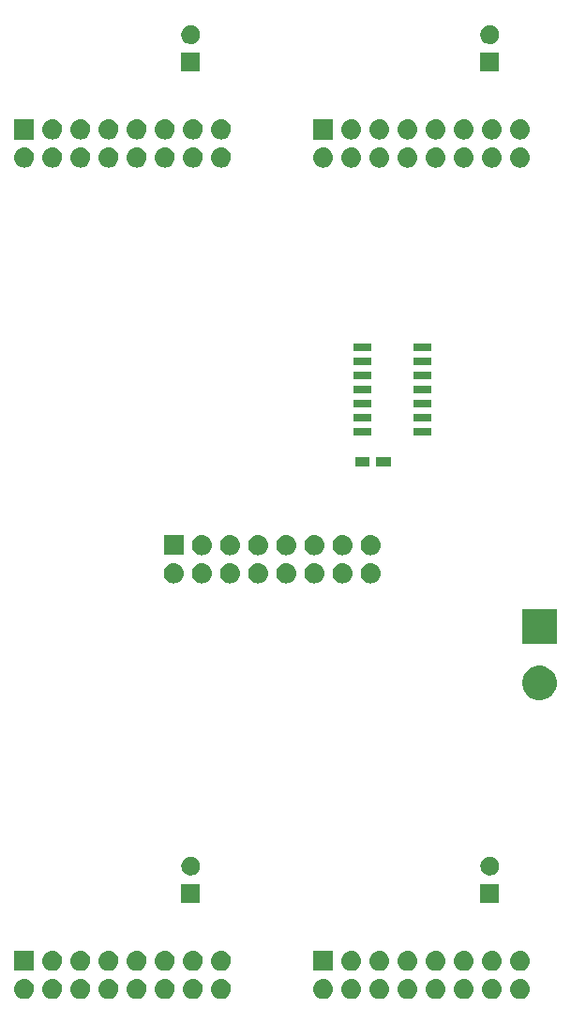
<source format=gts>
G04 #@! TF.FileFunction,Soldermask,Top*
%FSLAX46Y46*%
G04 Gerber Fmt 4.6, Leading zero omitted, Abs format (unit mm)*
G04 Created by KiCad (PCBNEW 4.0.7) date 03/15/18 12:31:11*
%MOMM*%
%LPD*%
G01*
G04 APERTURE LIST*
%ADD10C,0.100000*%
G04 APERTURE END LIST*
D10*
G36*
X88640922Y-139214021D02*
X88640927Y-139214022D01*
X88640970Y-139214027D01*
X88808764Y-139265968D01*
X88963274Y-139349511D01*
X89098614Y-139461474D01*
X89209629Y-139597593D01*
X89292091Y-139752682D01*
X89342860Y-139920834D01*
X89360000Y-140095645D01*
X89360000Y-140104355D01*
X89359912Y-140116921D01*
X89340333Y-140291476D01*
X89287222Y-140458903D01*
X89202602Y-140612825D01*
X89089697Y-140747380D01*
X88952807Y-140857443D01*
X88797146Y-140938820D01*
X88628643Y-140988414D01*
X88628609Y-140988417D01*
X88628596Y-140988421D01*
X88453720Y-141004336D01*
X88279078Y-140985979D01*
X88279073Y-140985978D01*
X88279030Y-140985973D01*
X88111236Y-140934032D01*
X87956726Y-140850489D01*
X87821386Y-140738526D01*
X87710371Y-140602407D01*
X87627909Y-140447318D01*
X87577140Y-140279166D01*
X87560000Y-140104355D01*
X87560000Y-140095645D01*
X87560088Y-140083079D01*
X87579667Y-139908524D01*
X87632778Y-139741097D01*
X87717398Y-139587175D01*
X87830303Y-139452620D01*
X87967193Y-139342557D01*
X88122854Y-139261180D01*
X88291357Y-139211586D01*
X88291391Y-139211583D01*
X88291404Y-139211579D01*
X88466280Y-139195664D01*
X88640922Y-139214021D01*
X88640922Y-139214021D01*
G37*
G36*
X91180922Y-139214021D02*
X91180927Y-139214022D01*
X91180970Y-139214027D01*
X91348764Y-139265968D01*
X91503274Y-139349511D01*
X91638614Y-139461474D01*
X91749629Y-139597593D01*
X91832091Y-139752682D01*
X91882860Y-139920834D01*
X91900000Y-140095645D01*
X91900000Y-140104355D01*
X91899912Y-140116921D01*
X91880333Y-140291476D01*
X91827222Y-140458903D01*
X91742602Y-140612825D01*
X91629697Y-140747380D01*
X91492807Y-140857443D01*
X91337146Y-140938820D01*
X91168643Y-140988414D01*
X91168609Y-140988417D01*
X91168596Y-140988421D01*
X90993720Y-141004336D01*
X90819078Y-140985979D01*
X90819073Y-140985978D01*
X90819030Y-140985973D01*
X90651236Y-140934032D01*
X90496726Y-140850489D01*
X90361386Y-140738526D01*
X90250371Y-140602407D01*
X90167909Y-140447318D01*
X90117140Y-140279166D01*
X90100000Y-140104355D01*
X90100000Y-140095645D01*
X90100088Y-140083079D01*
X90119667Y-139908524D01*
X90172778Y-139741097D01*
X90257398Y-139587175D01*
X90370303Y-139452620D01*
X90507193Y-139342557D01*
X90662854Y-139261180D01*
X90831357Y-139211586D01*
X90831391Y-139211583D01*
X90831404Y-139211579D01*
X91006280Y-139195664D01*
X91180922Y-139214021D01*
X91180922Y-139214021D01*
G37*
G36*
X98800922Y-139214021D02*
X98800927Y-139214022D01*
X98800970Y-139214027D01*
X98968764Y-139265968D01*
X99123274Y-139349511D01*
X99258614Y-139461474D01*
X99369629Y-139597593D01*
X99452091Y-139752682D01*
X99502860Y-139920834D01*
X99520000Y-140095645D01*
X99520000Y-140104355D01*
X99519912Y-140116921D01*
X99500333Y-140291476D01*
X99447222Y-140458903D01*
X99362602Y-140612825D01*
X99249697Y-140747380D01*
X99112807Y-140857443D01*
X98957146Y-140938820D01*
X98788643Y-140988414D01*
X98788609Y-140988417D01*
X98788596Y-140988421D01*
X98613720Y-141004336D01*
X98439078Y-140985979D01*
X98439073Y-140985978D01*
X98439030Y-140985973D01*
X98271236Y-140934032D01*
X98116726Y-140850489D01*
X97981386Y-140738526D01*
X97870371Y-140602407D01*
X97787909Y-140447318D01*
X97737140Y-140279166D01*
X97720000Y-140104355D01*
X97720000Y-140095645D01*
X97720088Y-140083079D01*
X97739667Y-139908524D01*
X97792778Y-139741097D01*
X97877398Y-139587175D01*
X97990303Y-139452620D01*
X98127193Y-139342557D01*
X98282854Y-139261180D01*
X98451357Y-139211586D01*
X98451391Y-139211583D01*
X98451404Y-139211579D01*
X98626280Y-139195664D01*
X98800922Y-139214021D01*
X98800922Y-139214021D01*
G37*
G36*
X103880922Y-139214021D02*
X103880927Y-139214022D01*
X103880970Y-139214027D01*
X104048764Y-139265968D01*
X104203274Y-139349511D01*
X104338614Y-139461474D01*
X104449629Y-139597593D01*
X104532091Y-139752682D01*
X104582860Y-139920834D01*
X104600000Y-140095645D01*
X104600000Y-140104355D01*
X104599912Y-140116921D01*
X104580333Y-140291476D01*
X104527222Y-140458903D01*
X104442602Y-140612825D01*
X104329697Y-140747380D01*
X104192807Y-140857443D01*
X104037146Y-140938820D01*
X103868643Y-140988414D01*
X103868609Y-140988417D01*
X103868596Y-140988421D01*
X103693720Y-141004336D01*
X103519078Y-140985979D01*
X103519073Y-140985978D01*
X103519030Y-140985973D01*
X103351236Y-140934032D01*
X103196726Y-140850489D01*
X103061386Y-140738526D01*
X102950371Y-140602407D01*
X102867909Y-140447318D01*
X102817140Y-140279166D01*
X102800000Y-140104355D01*
X102800000Y-140095645D01*
X102800088Y-140083079D01*
X102819667Y-139908524D01*
X102872778Y-139741097D01*
X102957398Y-139587175D01*
X103070303Y-139452620D01*
X103207193Y-139342557D01*
X103362854Y-139261180D01*
X103531357Y-139211586D01*
X103531391Y-139211583D01*
X103531404Y-139211579D01*
X103706280Y-139195664D01*
X103880922Y-139214021D01*
X103880922Y-139214021D01*
G37*
G36*
X101340922Y-139214021D02*
X101340927Y-139214022D01*
X101340970Y-139214027D01*
X101508764Y-139265968D01*
X101663274Y-139349511D01*
X101798614Y-139461474D01*
X101909629Y-139597593D01*
X101992091Y-139752682D01*
X102042860Y-139920834D01*
X102060000Y-140095645D01*
X102060000Y-140104355D01*
X102059912Y-140116921D01*
X102040333Y-140291476D01*
X101987222Y-140458903D01*
X101902602Y-140612825D01*
X101789697Y-140747380D01*
X101652807Y-140857443D01*
X101497146Y-140938820D01*
X101328643Y-140988414D01*
X101328609Y-140988417D01*
X101328596Y-140988421D01*
X101153720Y-141004336D01*
X100979078Y-140985979D01*
X100979073Y-140985978D01*
X100979030Y-140985973D01*
X100811236Y-140934032D01*
X100656726Y-140850489D01*
X100521386Y-140738526D01*
X100410371Y-140602407D01*
X100327909Y-140447318D01*
X100277140Y-140279166D01*
X100260000Y-140104355D01*
X100260000Y-140095645D01*
X100260088Y-140083079D01*
X100279667Y-139908524D01*
X100332778Y-139741097D01*
X100417398Y-139587175D01*
X100530303Y-139452620D01*
X100667193Y-139342557D01*
X100822854Y-139261180D01*
X100991357Y-139211586D01*
X100991391Y-139211583D01*
X100991404Y-139211579D01*
X101166280Y-139195664D01*
X101340922Y-139214021D01*
X101340922Y-139214021D01*
G37*
G36*
X96260922Y-139214021D02*
X96260927Y-139214022D01*
X96260970Y-139214027D01*
X96428764Y-139265968D01*
X96583274Y-139349511D01*
X96718614Y-139461474D01*
X96829629Y-139597593D01*
X96912091Y-139752682D01*
X96962860Y-139920834D01*
X96980000Y-140095645D01*
X96980000Y-140104355D01*
X96979912Y-140116921D01*
X96960333Y-140291476D01*
X96907222Y-140458903D01*
X96822602Y-140612825D01*
X96709697Y-140747380D01*
X96572807Y-140857443D01*
X96417146Y-140938820D01*
X96248643Y-140988414D01*
X96248609Y-140988417D01*
X96248596Y-140988421D01*
X96073720Y-141004336D01*
X95899078Y-140985979D01*
X95899073Y-140985978D01*
X95899030Y-140985973D01*
X95731236Y-140934032D01*
X95576726Y-140850489D01*
X95441386Y-140738526D01*
X95330371Y-140602407D01*
X95247909Y-140447318D01*
X95197140Y-140279166D01*
X95180000Y-140104355D01*
X95180000Y-140095645D01*
X95180088Y-140083079D01*
X95199667Y-139908524D01*
X95252778Y-139741097D01*
X95337398Y-139587175D01*
X95450303Y-139452620D01*
X95587193Y-139342557D01*
X95742854Y-139261180D01*
X95911357Y-139211586D01*
X95911391Y-139211583D01*
X95911404Y-139211579D01*
X96086280Y-139195664D01*
X96260922Y-139214021D01*
X96260922Y-139214021D01*
G37*
G36*
X93720922Y-139214021D02*
X93720927Y-139214022D01*
X93720970Y-139214027D01*
X93888764Y-139265968D01*
X94043274Y-139349511D01*
X94178614Y-139461474D01*
X94289629Y-139597593D01*
X94372091Y-139752682D01*
X94422860Y-139920834D01*
X94440000Y-140095645D01*
X94440000Y-140104355D01*
X94439912Y-140116921D01*
X94420333Y-140291476D01*
X94367222Y-140458903D01*
X94282602Y-140612825D01*
X94169697Y-140747380D01*
X94032807Y-140857443D01*
X93877146Y-140938820D01*
X93708643Y-140988414D01*
X93708609Y-140988417D01*
X93708596Y-140988421D01*
X93533720Y-141004336D01*
X93359078Y-140985979D01*
X93359073Y-140985978D01*
X93359030Y-140985973D01*
X93191236Y-140934032D01*
X93036726Y-140850489D01*
X92901386Y-140738526D01*
X92790371Y-140602407D01*
X92707909Y-140447318D01*
X92657140Y-140279166D01*
X92640000Y-140104355D01*
X92640000Y-140095645D01*
X92640088Y-140083079D01*
X92659667Y-139908524D01*
X92712778Y-139741097D01*
X92797398Y-139587175D01*
X92910303Y-139452620D01*
X93047193Y-139342557D01*
X93202854Y-139261180D01*
X93371357Y-139211586D01*
X93371391Y-139211583D01*
X93371404Y-139211579D01*
X93546280Y-139195664D01*
X93720922Y-139214021D01*
X93720922Y-139214021D01*
G37*
G36*
X115640922Y-139214021D02*
X115640927Y-139214022D01*
X115640970Y-139214027D01*
X115808764Y-139265968D01*
X115963274Y-139349511D01*
X116098614Y-139461474D01*
X116209629Y-139597593D01*
X116292091Y-139752682D01*
X116342860Y-139920834D01*
X116360000Y-140095645D01*
X116360000Y-140104355D01*
X116359912Y-140116921D01*
X116340333Y-140291476D01*
X116287222Y-140458903D01*
X116202602Y-140612825D01*
X116089697Y-140747380D01*
X115952807Y-140857443D01*
X115797146Y-140938820D01*
X115628643Y-140988414D01*
X115628609Y-140988417D01*
X115628596Y-140988421D01*
X115453720Y-141004336D01*
X115279078Y-140985979D01*
X115279073Y-140985978D01*
X115279030Y-140985973D01*
X115111236Y-140934032D01*
X114956726Y-140850489D01*
X114821386Y-140738526D01*
X114710371Y-140602407D01*
X114627909Y-140447318D01*
X114577140Y-140279166D01*
X114560000Y-140104355D01*
X114560000Y-140095645D01*
X114560088Y-140083079D01*
X114579667Y-139908524D01*
X114632778Y-139741097D01*
X114717398Y-139587175D01*
X114830303Y-139452620D01*
X114967193Y-139342557D01*
X115122854Y-139261180D01*
X115291357Y-139211586D01*
X115291391Y-139211583D01*
X115291404Y-139211579D01*
X115466280Y-139195664D01*
X115640922Y-139214021D01*
X115640922Y-139214021D01*
G37*
G36*
X106420922Y-139214021D02*
X106420927Y-139214022D01*
X106420970Y-139214027D01*
X106588764Y-139265968D01*
X106743274Y-139349511D01*
X106878614Y-139461474D01*
X106989629Y-139597593D01*
X107072091Y-139752682D01*
X107122860Y-139920834D01*
X107140000Y-140095645D01*
X107140000Y-140104355D01*
X107139912Y-140116921D01*
X107120333Y-140291476D01*
X107067222Y-140458903D01*
X106982602Y-140612825D01*
X106869697Y-140747380D01*
X106732807Y-140857443D01*
X106577146Y-140938820D01*
X106408643Y-140988414D01*
X106408609Y-140988417D01*
X106408596Y-140988421D01*
X106233720Y-141004336D01*
X106059078Y-140985979D01*
X106059073Y-140985978D01*
X106059030Y-140985973D01*
X105891236Y-140934032D01*
X105736726Y-140850489D01*
X105601386Y-140738526D01*
X105490371Y-140602407D01*
X105407909Y-140447318D01*
X105357140Y-140279166D01*
X105340000Y-140104355D01*
X105340000Y-140095645D01*
X105340088Y-140083079D01*
X105359667Y-139908524D01*
X105412778Y-139741097D01*
X105497398Y-139587175D01*
X105610303Y-139452620D01*
X105747193Y-139342557D01*
X105902854Y-139261180D01*
X106071357Y-139211586D01*
X106071391Y-139211583D01*
X106071404Y-139211579D01*
X106246280Y-139195664D01*
X106420922Y-139214021D01*
X106420922Y-139214021D01*
G37*
G36*
X120720922Y-139214021D02*
X120720927Y-139214022D01*
X120720970Y-139214027D01*
X120888764Y-139265968D01*
X121043274Y-139349511D01*
X121178614Y-139461474D01*
X121289629Y-139597593D01*
X121372091Y-139752682D01*
X121422860Y-139920834D01*
X121440000Y-140095645D01*
X121440000Y-140104355D01*
X121439912Y-140116921D01*
X121420333Y-140291476D01*
X121367222Y-140458903D01*
X121282602Y-140612825D01*
X121169697Y-140747380D01*
X121032807Y-140857443D01*
X120877146Y-140938820D01*
X120708643Y-140988414D01*
X120708609Y-140988417D01*
X120708596Y-140988421D01*
X120533720Y-141004336D01*
X120359078Y-140985979D01*
X120359073Y-140985978D01*
X120359030Y-140985973D01*
X120191236Y-140934032D01*
X120036726Y-140850489D01*
X119901386Y-140738526D01*
X119790371Y-140602407D01*
X119707909Y-140447318D01*
X119657140Y-140279166D01*
X119640000Y-140104355D01*
X119640000Y-140095645D01*
X119640088Y-140083079D01*
X119659667Y-139908524D01*
X119712778Y-139741097D01*
X119797398Y-139587175D01*
X119910303Y-139452620D01*
X120047193Y-139342557D01*
X120202854Y-139261180D01*
X120371357Y-139211586D01*
X120371391Y-139211583D01*
X120371404Y-139211579D01*
X120546280Y-139195664D01*
X120720922Y-139214021D01*
X120720922Y-139214021D01*
G37*
G36*
X118180922Y-139214021D02*
X118180927Y-139214022D01*
X118180970Y-139214027D01*
X118348764Y-139265968D01*
X118503274Y-139349511D01*
X118638614Y-139461474D01*
X118749629Y-139597593D01*
X118832091Y-139752682D01*
X118882860Y-139920834D01*
X118900000Y-140095645D01*
X118900000Y-140104355D01*
X118899912Y-140116921D01*
X118880333Y-140291476D01*
X118827222Y-140458903D01*
X118742602Y-140612825D01*
X118629697Y-140747380D01*
X118492807Y-140857443D01*
X118337146Y-140938820D01*
X118168643Y-140988414D01*
X118168609Y-140988417D01*
X118168596Y-140988421D01*
X117993720Y-141004336D01*
X117819078Y-140985979D01*
X117819073Y-140985978D01*
X117819030Y-140985973D01*
X117651236Y-140934032D01*
X117496726Y-140850489D01*
X117361386Y-140738526D01*
X117250371Y-140602407D01*
X117167909Y-140447318D01*
X117117140Y-140279166D01*
X117100000Y-140104355D01*
X117100000Y-140095645D01*
X117100088Y-140083079D01*
X117119667Y-139908524D01*
X117172778Y-139741097D01*
X117257398Y-139587175D01*
X117370303Y-139452620D01*
X117507193Y-139342557D01*
X117662854Y-139261180D01*
X117831357Y-139211586D01*
X117831391Y-139211583D01*
X117831404Y-139211579D01*
X118006280Y-139195664D01*
X118180922Y-139214021D01*
X118180922Y-139214021D01*
G37*
G36*
X133420922Y-139214021D02*
X133420927Y-139214022D01*
X133420970Y-139214027D01*
X133588764Y-139265968D01*
X133743274Y-139349511D01*
X133878614Y-139461474D01*
X133989629Y-139597593D01*
X134072091Y-139752682D01*
X134122860Y-139920834D01*
X134140000Y-140095645D01*
X134140000Y-140104355D01*
X134139912Y-140116921D01*
X134120333Y-140291476D01*
X134067222Y-140458903D01*
X133982602Y-140612825D01*
X133869697Y-140747380D01*
X133732807Y-140857443D01*
X133577146Y-140938820D01*
X133408643Y-140988414D01*
X133408609Y-140988417D01*
X133408596Y-140988421D01*
X133233720Y-141004336D01*
X133059078Y-140985979D01*
X133059073Y-140985978D01*
X133059030Y-140985973D01*
X132891236Y-140934032D01*
X132736726Y-140850489D01*
X132601386Y-140738526D01*
X132490371Y-140602407D01*
X132407909Y-140447318D01*
X132357140Y-140279166D01*
X132340000Y-140104355D01*
X132340000Y-140095645D01*
X132340088Y-140083079D01*
X132359667Y-139908524D01*
X132412778Y-139741097D01*
X132497398Y-139587175D01*
X132610303Y-139452620D01*
X132747193Y-139342557D01*
X132902854Y-139261180D01*
X133071357Y-139211586D01*
X133071391Y-139211583D01*
X133071404Y-139211579D01*
X133246280Y-139195664D01*
X133420922Y-139214021D01*
X133420922Y-139214021D01*
G37*
G36*
X130880922Y-139214021D02*
X130880927Y-139214022D01*
X130880970Y-139214027D01*
X131048764Y-139265968D01*
X131203274Y-139349511D01*
X131338614Y-139461474D01*
X131449629Y-139597593D01*
X131532091Y-139752682D01*
X131582860Y-139920834D01*
X131600000Y-140095645D01*
X131600000Y-140104355D01*
X131599912Y-140116921D01*
X131580333Y-140291476D01*
X131527222Y-140458903D01*
X131442602Y-140612825D01*
X131329697Y-140747380D01*
X131192807Y-140857443D01*
X131037146Y-140938820D01*
X130868643Y-140988414D01*
X130868609Y-140988417D01*
X130868596Y-140988421D01*
X130693720Y-141004336D01*
X130519078Y-140985979D01*
X130519073Y-140985978D01*
X130519030Y-140985973D01*
X130351236Y-140934032D01*
X130196726Y-140850489D01*
X130061386Y-140738526D01*
X129950371Y-140602407D01*
X129867909Y-140447318D01*
X129817140Y-140279166D01*
X129800000Y-140104355D01*
X129800000Y-140095645D01*
X129800088Y-140083079D01*
X129819667Y-139908524D01*
X129872778Y-139741097D01*
X129957398Y-139587175D01*
X130070303Y-139452620D01*
X130207193Y-139342557D01*
X130362854Y-139261180D01*
X130531357Y-139211586D01*
X130531391Y-139211583D01*
X130531404Y-139211579D01*
X130706280Y-139195664D01*
X130880922Y-139214021D01*
X130880922Y-139214021D01*
G37*
G36*
X125800922Y-139214021D02*
X125800927Y-139214022D01*
X125800970Y-139214027D01*
X125968764Y-139265968D01*
X126123274Y-139349511D01*
X126258614Y-139461474D01*
X126369629Y-139597593D01*
X126452091Y-139752682D01*
X126502860Y-139920834D01*
X126520000Y-140095645D01*
X126520000Y-140104355D01*
X126519912Y-140116921D01*
X126500333Y-140291476D01*
X126447222Y-140458903D01*
X126362602Y-140612825D01*
X126249697Y-140747380D01*
X126112807Y-140857443D01*
X125957146Y-140938820D01*
X125788643Y-140988414D01*
X125788609Y-140988417D01*
X125788596Y-140988421D01*
X125613720Y-141004336D01*
X125439078Y-140985979D01*
X125439073Y-140985978D01*
X125439030Y-140985973D01*
X125271236Y-140934032D01*
X125116726Y-140850489D01*
X124981386Y-140738526D01*
X124870371Y-140602407D01*
X124787909Y-140447318D01*
X124737140Y-140279166D01*
X124720000Y-140104355D01*
X124720000Y-140095645D01*
X124720088Y-140083079D01*
X124739667Y-139908524D01*
X124792778Y-139741097D01*
X124877398Y-139587175D01*
X124990303Y-139452620D01*
X125127193Y-139342557D01*
X125282854Y-139261180D01*
X125451357Y-139211586D01*
X125451391Y-139211583D01*
X125451404Y-139211579D01*
X125626280Y-139195664D01*
X125800922Y-139214021D01*
X125800922Y-139214021D01*
G37*
G36*
X123260922Y-139214021D02*
X123260927Y-139214022D01*
X123260970Y-139214027D01*
X123428764Y-139265968D01*
X123583274Y-139349511D01*
X123718614Y-139461474D01*
X123829629Y-139597593D01*
X123912091Y-139752682D01*
X123962860Y-139920834D01*
X123980000Y-140095645D01*
X123980000Y-140104355D01*
X123979912Y-140116921D01*
X123960333Y-140291476D01*
X123907222Y-140458903D01*
X123822602Y-140612825D01*
X123709697Y-140747380D01*
X123572807Y-140857443D01*
X123417146Y-140938820D01*
X123248643Y-140988414D01*
X123248609Y-140988417D01*
X123248596Y-140988421D01*
X123073720Y-141004336D01*
X122899078Y-140985979D01*
X122899073Y-140985978D01*
X122899030Y-140985973D01*
X122731236Y-140934032D01*
X122576726Y-140850489D01*
X122441386Y-140738526D01*
X122330371Y-140602407D01*
X122247909Y-140447318D01*
X122197140Y-140279166D01*
X122180000Y-140104355D01*
X122180000Y-140095645D01*
X122180088Y-140083079D01*
X122199667Y-139908524D01*
X122252778Y-139741097D01*
X122337398Y-139587175D01*
X122450303Y-139452620D01*
X122587193Y-139342557D01*
X122742854Y-139261180D01*
X122911357Y-139211586D01*
X122911391Y-139211583D01*
X122911404Y-139211579D01*
X123086280Y-139195664D01*
X123260922Y-139214021D01*
X123260922Y-139214021D01*
G37*
G36*
X128340922Y-139214021D02*
X128340927Y-139214022D01*
X128340970Y-139214027D01*
X128508764Y-139265968D01*
X128663274Y-139349511D01*
X128798614Y-139461474D01*
X128909629Y-139597593D01*
X128992091Y-139752682D01*
X129042860Y-139920834D01*
X129060000Y-140095645D01*
X129060000Y-140104355D01*
X129059912Y-140116921D01*
X129040333Y-140291476D01*
X128987222Y-140458903D01*
X128902602Y-140612825D01*
X128789697Y-140747380D01*
X128652807Y-140857443D01*
X128497146Y-140938820D01*
X128328643Y-140988414D01*
X128328609Y-140988417D01*
X128328596Y-140988421D01*
X128153720Y-141004336D01*
X127979078Y-140985979D01*
X127979073Y-140985978D01*
X127979030Y-140985973D01*
X127811236Y-140934032D01*
X127656726Y-140850489D01*
X127521386Y-140738526D01*
X127410371Y-140602407D01*
X127327909Y-140447318D01*
X127277140Y-140279166D01*
X127260000Y-140104355D01*
X127260000Y-140095645D01*
X127260088Y-140083079D01*
X127279667Y-139908524D01*
X127332778Y-139741097D01*
X127417398Y-139587175D01*
X127530303Y-139452620D01*
X127667193Y-139342557D01*
X127822854Y-139261180D01*
X127991357Y-139211586D01*
X127991391Y-139211583D01*
X127991404Y-139211579D01*
X128166280Y-139195664D01*
X128340922Y-139214021D01*
X128340922Y-139214021D01*
G37*
G36*
X125800922Y-136674021D02*
X125800927Y-136674022D01*
X125800970Y-136674027D01*
X125968764Y-136725968D01*
X126123274Y-136809511D01*
X126258614Y-136921474D01*
X126369629Y-137057593D01*
X126452091Y-137212682D01*
X126502860Y-137380834D01*
X126520000Y-137555645D01*
X126520000Y-137564355D01*
X126519912Y-137576921D01*
X126500333Y-137751476D01*
X126447222Y-137918903D01*
X126362602Y-138072825D01*
X126249697Y-138207380D01*
X126112807Y-138317443D01*
X125957146Y-138398820D01*
X125788643Y-138448414D01*
X125788609Y-138448417D01*
X125788596Y-138448421D01*
X125613720Y-138464336D01*
X125439078Y-138445979D01*
X125439073Y-138445978D01*
X125439030Y-138445973D01*
X125271236Y-138394032D01*
X125116726Y-138310489D01*
X124981386Y-138198526D01*
X124870371Y-138062407D01*
X124787909Y-137907318D01*
X124737140Y-137739166D01*
X124720000Y-137564355D01*
X124720000Y-137555645D01*
X124720088Y-137543079D01*
X124739667Y-137368524D01*
X124792778Y-137201097D01*
X124877398Y-137047175D01*
X124990303Y-136912620D01*
X125127193Y-136802557D01*
X125282854Y-136721180D01*
X125451357Y-136671586D01*
X125451391Y-136671583D01*
X125451404Y-136671579D01*
X125626280Y-136655664D01*
X125800922Y-136674021D01*
X125800922Y-136674021D01*
G37*
G36*
X96260922Y-136674021D02*
X96260927Y-136674022D01*
X96260970Y-136674027D01*
X96428764Y-136725968D01*
X96583274Y-136809511D01*
X96718614Y-136921474D01*
X96829629Y-137057593D01*
X96912091Y-137212682D01*
X96962860Y-137380834D01*
X96980000Y-137555645D01*
X96980000Y-137564355D01*
X96979912Y-137576921D01*
X96960333Y-137751476D01*
X96907222Y-137918903D01*
X96822602Y-138072825D01*
X96709697Y-138207380D01*
X96572807Y-138317443D01*
X96417146Y-138398820D01*
X96248643Y-138448414D01*
X96248609Y-138448417D01*
X96248596Y-138448421D01*
X96073720Y-138464336D01*
X95899078Y-138445979D01*
X95899073Y-138445978D01*
X95899030Y-138445973D01*
X95731236Y-138394032D01*
X95576726Y-138310489D01*
X95441386Y-138198526D01*
X95330371Y-138062407D01*
X95247909Y-137907318D01*
X95197140Y-137739166D01*
X95180000Y-137564355D01*
X95180000Y-137555645D01*
X95180088Y-137543079D01*
X95199667Y-137368524D01*
X95252778Y-137201097D01*
X95337398Y-137047175D01*
X95450303Y-136912620D01*
X95587193Y-136802557D01*
X95742854Y-136721180D01*
X95911357Y-136671586D01*
X95911391Y-136671583D01*
X95911404Y-136671579D01*
X96086280Y-136655664D01*
X96260922Y-136674021D01*
X96260922Y-136674021D01*
G37*
G36*
X98800922Y-136674021D02*
X98800927Y-136674022D01*
X98800970Y-136674027D01*
X98968764Y-136725968D01*
X99123274Y-136809511D01*
X99258614Y-136921474D01*
X99369629Y-137057593D01*
X99452091Y-137212682D01*
X99502860Y-137380834D01*
X99520000Y-137555645D01*
X99520000Y-137564355D01*
X99519912Y-137576921D01*
X99500333Y-137751476D01*
X99447222Y-137918903D01*
X99362602Y-138072825D01*
X99249697Y-138207380D01*
X99112807Y-138317443D01*
X98957146Y-138398820D01*
X98788643Y-138448414D01*
X98788609Y-138448417D01*
X98788596Y-138448421D01*
X98613720Y-138464336D01*
X98439078Y-138445979D01*
X98439073Y-138445978D01*
X98439030Y-138445973D01*
X98271236Y-138394032D01*
X98116726Y-138310489D01*
X97981386Y-138198526D01*
X97870371Y-138062407D01*
X97787909Y-137907318D01*
X97737140Y-137739166D01*
X97720000Y-137564355D01*
X97720000Y-137555645D01*
X97720088Y-137543079D01*
X97739667Y-137368524D01*
X97792778Y-137201097D01*
X97877398Y-137047175D01*
X97990303Y-136912620D01*
X98127193Y-136802557D01*
X98282854Y-136721180D01*
X98451357Y-136671586D01*
X98451391Y-136671583D01*
X98451404Y-136671579D01*
X98626280Y-136655664D01*
X98800922Y-136674021D01*
X98800922Y-136674021D01*
G37*
G36*
X93720922Y-136674021D02*
X93720927Y-136674022D01*
X93720970Y-136674027D01*
X93888764Y-136725968D01*
X94043274Y-136809511D01*
X94178614Y-136921474D01*
X94289629Y-137057593D01*
X94372091Y-137212682D01*
X94422860Y-137380834D01*
X94440000Y-137555645D01*
X94440000Y-137564355D01*
X94439912Y-137576921D01*
X94420333Y-137751476D01*
X94367222Y-137918903D01*
X94282602Y-138072825D01*
X94169697Y-138207380D01*
X94032807Y-138317443D01*
X93877146Y-138398820D01*
X93708643Y-138448414D01*
X93708609Y-138448417D01*
X93708596Y-138448421D01*
X93533720Y-138464336D01*
X93359078Y-138445979D01*
X93359073Y-138445978D01*
X93359030Y-138445973D01*
X93191236Y-138394032D01*
X93036726Y-138310489D01*
X92901386Y-138198526D01*
X92790371Y-138062407D01*
X92707909Y-137907318D01*
X92657140Y-137739166D01*
X92640000Y-137564355D01*
X92640000Y-137555645D01*
X92640088Y-137543079D01*
X92659667Y-137368524D01*
X92712778Y-137201097D01*
X92797398Y-137047175D01*
X92910303Y-136912620D01*
X93047193Y-136802557D01*
X93202854Y-136721180D01*
X93371357Y-136671586D01*
X93371391Y-136671583D01*
X93371404Y-136671579D01*
X93546280Y-136655664D01*
X93720922Y-136674021D01*
X93720922Y-136674021D01*
G37*
G36*
X91180922Y-136674021D02*
X91180927Y-136674022D01*
X91180970Y-136674027D01*
X91348764Y-136725968D01*
X91503274Y-136809511D01*
X91638614Y-136921474D01*
X91749629Y-137057593D01*
X91832091Y-137212682D01*
X91882860Y-137380834D01*
X91900000Y-137555645D01*
X91900000Y-137564355D01*
X91899912Y-137576921D01*
X91880333Y-137751476D01*
X91827222Y-137918903D01*
X91742602Y-138072825D01*
X91629697Y-138207380D01*
X91492807Y-138317443D01*
X91337146Y-138398820D01*
X91168643Y-138448414D01*
X91168609Y-138448417D01*
X91168596Y-138448421D01*
X90993720Y-138464336D01*
X90819078Y-138445979D01*
X90819073Y-138445978D01*
X90819030Y-138445973D01*
X90651236Y-138394032D01*
X90496726Y-138310489D01*
X90361386Y-138198526D01*
X90250371Y-138062407D01*
X90167909Y-137907318D01*
X90117140Y-137739166D01*
X90100000Y-137564355D01*
X90100000Y-137555645D01*
X90100088Y-137543079D01*
X90119667Y-137368524D01*
X90172778Y-137201097D01*
X90257398Y-137047175D01*
X90370303Y-136912620D01*
X90507193Y-136802557D01*
X90662854Y-136721180D01*
X90831357Y-136671586D01*
X90831391Y-136671583D01*
X90831404Y-136671579D01*
X91006280Y-136655664D01*
X91180922Y-136674021D01*
X91180922Y-136674021D01*
G37*
G36*
X101340922Y-136674021D02*
X101340927Y-136674022D01*
X101340970Y-136674027D01*
X101508764Y-136725968D01*
X101663274Y-136809511D01*
X101798614Y-136921474D01*
X101909629Y-137057593D01*
X101992091Y-137212682D01*
X102042860Y-137380834D01*
X102060000Y-137555645D01*
X102060000Y-137564355D01*
X102059912Y-137576921D01*
X102040333Y-137751476D01*
X101987222Y-137918903D01*
X101902602Y-138072825D01*
X101789697Y-138207380D01*
X101652807Y-138317443D01*
X101497146Y-138398820D01*
X101328643Y-138448414D01*
X101328609Y-138448417D01*
X101328596Y-138448421D01*
X101153720Y-138464336D01*
X100979078Y-138445979D01*
X100979073Y-138445978D01*
X100979030Y-138445973D01*
X100811236Y-138394032D01*
X100656726Y-138310489D01*
X100521386Y-138198526D01*
X100410371Y-138062407D01*
X100327909Y-137907318D01*
X100277140Y-137739166D01*
X100260000Y-137564355D01*
X100260000Y-137555645D01*
X100260088Y-137543079D01*
X100279667Y-137368524D01*
X100332778Y-137201097D01*
X100417398Y-137047175D01*
X100530303Y-136912620D01*
X100667193Y-136802557D01*
X100822854Y-136721180D01*
X100991357Y-136671586D01*
X100991391Y-136671583D01*
X100991404Y-136671579D01*
X101166280Y-136655664D01*
X101340922Y-136674021D01*
X101340922Y-136674021D01*
G37*
G36*
X133420922Y-136674021D02*
X133420927Y-136674022D01*
X133420970Y-136674027D01*
X133588764Y-136725968D01*
X133743274Y-136809511D01*
X133878614Y-136921474D01*
X133989629Y-137057593D01*
X134072091Y-137212682D01*
X134122860Y-137380834D01*
X134140000Y-137555645D01*
X134140000Y-137564355D01*
X134139912Y-137576921D01*
X134120333Y-137751476D01*
X134067222Y-137918903D01*
X133982602Y-138072825D01*
X133869697Y-138207380D01*
X133732807Y-138317443D01*
X133577146Y-138398820D01*
X133408643Y-138448414D01*
X133408609Y-138448417D01*
X133408596Y-138448421D01*
X133233720Y-138464336D01*
X133059078Y-138445979D01*
X133059073Y-138445978D01*
X133059030Y-138445973D01*
X132891236Y-138394032D01*
X132736726Y-138310489D01*
X132601386Y-138198526D01*
X132490371Y-138062407D01*
X132407909Y-137907318D01*
X132357140Y-137739166D01*
X132340000Y-137564355D01*
X132340000Y-137555645D01*
X132340088Y-137543079D01*
X132359667Y-137368524D01*
X132412778Y-137201097D01*
X132497398Y-137047175D01*
X132610303Y-136912620D01*
X132747193Y-136802557D01*
X132902854Y-136721180D01*
X133071357Y-136671586D01*
X133071391Y-136671583D01*
X133071404Y-136671579D01*
X133246280Y-136655664D01*
X133420922Y-136674021D01*
X133420922Y-136674021D01*
G37*
G36*
X128340922Y-136674021D02*
X128340927Y-136674022D01*
X128340970Y-136674027D01*
X128508764Y-136725968D01*
X128663274Y-136809511D01*
X128798614Y-136921474D01*
X128909629Y-137057593D01*
X128992091Y-137212682D01*
X129042860Y-137380834D01*
X129060000Y-137555645D01*
X129060000Y-137564355D01*
X129059912Y-137576921D01*
X129040333Y-137751476D01*
X128987222Y-137918903D01*
X128902602Y-138072825D01*
X128789697Y-138207380D01*
X128652807Y-138317443D01*
X128497146Y-138398820D01*
X128328643Y-138448414D01*
X128328609Y-138448417D01*
X128328596Y-138448421D01*
X128153720Y-138464336D01*
X127979078Y-138445979D01*
X127979073Y-138445978D01*
X127979030Y-138445973D01*
X127811236Y-138394032D01*
X127656726Y-138310489D01*
X127521386Y-138198526D01*
X127410371Y-138062407D01*
X127327909Y-137907318D01*
X127277140Y-137739166D01*
X127260000Y-137564355D01*
X127260000Y-137555645D01*
X127260088Y-137543079D01*
X127279667Y-137368524D01*
X127332778Y-137201097D01*
X127417398Y-137047175D01*
X127530303Y-136912620D01*
X127667193Y-136802557D01*
X127822854Y-136721180D01*
X127991357Y-136671586D01*
X127991391Y-136671583D01*
X127991404Y-136671579D01*
X128166280Y-136655664D01*
X128340922Y-136674021D01*
X128340922Y-136674021D01*
G37*
G36*
X123260922Y-136674021D02*
X123260927Y-136674022D01*
X123260970Y-136674027D01*
X123428764Y-136725968D01*
X123583274Y-136809511D01*
X123718614Y-136921474D01*
X123829629Y-137057593D01*
X123912091Y-137212682D01*
X123962860Y-137380834D01*
X123980000Y-137555645D01*
X123980000Y-137564355D01*
X123979912Y-137576921D01*
X123960333Y-137751476D01*
X123907222Y-137918903D01*
X123822602Y-138072825D01*
X123709697Y-138207380D01*
X123572807Y-138317443D01*
X123417146Y-138398820D01*
X123248643Y-138448414D01*
X123248609Y-138448417D01*
X123248596Y-138448421D01*
X123073720Y-138464336D01*
X122899078Y-138445979D01*
X122899073Y-138445978D01*
X122899030Y-138445973D01*
X122731236Y-138394032D01*
X122576726Y-138310489D01*
X122441386Y-138198526D01*
X122330371Y-138062407D01*
X122247909Y-137907318D01*
X122197140Y-137739166D01*
X122180000Y-137564355D01*
X122180000Y-137555645D01*
X122180088Y-137543079D01*
X122199667Y-137368524D01*
X122252778Y-137201097D01*
X122337398Y-137047175D01*
X122450303Y-136912620D01*
X122587193Y-136802557D01*
X122742854Y-136721180D01*
X122911357Y-136671586D01*
X122911391Y-136671583D01*
X122911404Y-136671579D01*
X123086280Y-136655664D01*
X123260922Y-136674021D01*
X123260922Y-136674021D01*
G37*
G36*
X120720922Y-136674021D02*
X120720927Y-136674022D01*
X120720970Y-136674027D01*
X120888764Y-136725968D01*
X121043274Y-136809511D01*
X121178614Y-136921474D01*
X121289629Y-137057593D01*
X121372091Y-137212682D01*
X121422860Y-137380834D01*
X121440000Y-137555645D01*
X121440000Y-137564355D01*
X121439912Y-137576921D01*
X121420333Y-137751476D01*
X121367222Y-137918903D01*
X121282602Y-138072825D01*
X121169697Y-138207380D01*
X121032807Y-138317443D01*
X120877146Y-138398820D01*
X120708643Y-138448414D01*
X120708609Y-138448417D01*
X120708596Y-138448421D01*
X120533720Y-138464336D01*
X120359078Y-138445979D01*
X120359073Y-138445978D01*
X120359030Y-138445973D01*
X120191236Y-138394032D01*
X120036726Y-138310489D01*
X119901386Y-138198526D01*
X119790371Y-138062407D01*
X119707909Y-137907318D01*
X119657140Y-137739166D01*
X119640000Y-137564355D01*
X119640000Y-137555645D01*
X119640088Y-137543079D01*
X119659667Y-137368524D01*
X119712778Y-137201097D01*
X119797398Y-137047175D01*
X119910303Y-136912620D01*
X120047193Y-136802557D01*
X120202854Y-136721180D01*
X120371357Y-136671586D01*
X120371391Y-136671583D01*
X120371404Y-136671579D01*
X120546280Y-136655664D01*
X120720922Y-136674021D01*
X120720922Y-136674021D01*
G37*
G36*
X118180922Y-136674021D02*
X118180927Y-136674022D01*
X118180970Y-136674027D01*
X118348764Y-136725968D01*
X118503274Y-136809511D01*
X118638614Y-136921474D01*
X118749629Y-137057593D01*
X118832091Y-137212682D01*
X118882860Y-137380834D01*
X118900000Y-137555645D01*
X118900000Y-137564355D01*
X118899912Y-137576921D01*
X118880333Y-137751476D01*
X118827222Y-137918903D01*
X118742602Y-138072825D01*
X118629697Y-138207380D01*
X118492807Y-138317443D01*
X118337146Y-138398820D01*
X118168643Y-138448414D01*
X118168609Y-138448417D01*
X118168596Y-138448421D01*
X117993720Y-138464336D01*
X117819078Y-138445979D01*
X117819073Y-138445978D01*
X117819030Y-138445973D01*
X117651236Y-138394032D01*
X117496726Y-138310489D01*
X117361386Y-138198526D01*
X117250371Y-138062407D01*
X117167909Y-137907318D01*
X117117140Y-137739166D01*
X117100000Y-137564355D01*
X117100000Y-137555645D01*
X117100088Y-137543079D01*
X117119667Y-137368524D01*
X117172778Y-137201097D01*
X117257398Y-137047175D01*
X117370303Y-136912620D01*
X117507193Y-136802557D01*
X117662854Y-136721180D01*
X117831357Y-136671586D01*
X117831391Y-136671583D01*
X117831404Y-136671579D01*
X118006280Y-136655664D01*
X118180922Y-136674021D01*
X118180922Y-136674021D01*
G37*
G36*
X106420922Y-136674021D02*
X106420927Y-136674022D01*
X106420970Y-136674027D01*
X106588764Y-136725968D01*
X106743274Y-136809511D01*
X106878614Y-136921474D01*
X106989629Y-137057593D01*
X107072091Y-137212682D01*
X107122860Y-137380834D01*
X107140000Y-137555645D01*
X107140000Y-137564355D01*
X107139912Y-137576921D01*
X107120333Y-137751476D01*
X107067222Y-137918903D01*
X106982602Y-138072825D01*
X106869697Y-138207380D01*
X106732807Y-138317443D01*
X106577146Y-138398820D01*
X106408643Y-138448414D01*
X106408609Y-138448417D01*
X106408596Y-138448421D01*
X106233720Y-138464336D01*
X106059078Y-138445979D01*
X106059073Y-138445978D01*
X106059030Y-138445973D01*
X105891236Y-138394032D01*
X105736726Y-138310489D01*
X105601386Y-138198526D01*
X105490371Y-138062407D01*
X105407909Y-137907318D01*
X105357140Y-137739166D01*
X105340000Y-137564355D01*
X105340000Y-137555645D01*
X105340088Y-137543079D01*
X105359667Y-137368524D01*
X105412778Y-137201097D01*
X105497398Y-137047175D01*
X105610303Y-136912620D01*
X105747193Y-136802557D01*
X105902854Y-136721180D01*
X106071357Y-136671586D01*
X106071391Y-136671583D01*
X106071404Y-136671579D01*
X106246280Y-136655664D01*
X106420922Y-136674021D01*
X106420922Y-136674021D01*
G37*
G36*
X103880922Y-136674021D02*
X103880927Y-136674022D01*
X103880970Y-136674027D01*
X104048764Y-136725968D01*
X104203274Y-136809511D01*
X104338614Y-136921474D01*
X104449629Y-137057593D01*
X104532091Y-137212682D01*
X104582860Y-137380834D01*
X104600000Y-137555645D01*
X104600000Y-137564355D01*
X104599912Y-137576921D01*
X104580333Y-137751476D01*
X104527222Y-137918903D01*
X104442602Y-138072825D01*
X104329697Y-138207380D01*
X104192807Y-138317443D01*
X104037146Y-138398820D01*
X103868643Y-138448414D01*
X103868609Y-138448417D01*
X103868596Y-138448421D01*
X103693720Y-138464336D01*
X103519078Y-138445979D01*
X103519073Y-138445978D01*
X103519030Y-138445973D01*
X103351236Y-138394032D01*
X103196726Y-138310489D01*
X103061386Y-138198526D01*
X102950371Y-138062407D01*
X102867909Y-137907318D01*
X102817140Y-137739166D01*
X102800000Y-137564355D01*
X102800000Y-137555645D01*
X102800088Y-137543079D01*
X102819667Y-137368524D01*
X102872778Y-137201097D01*
X102957398Y-137047175D01*
X103070303Y-136912620D01*
X103207193Y-136802557D01*
X103362854Y-136721180D01*
X103531357Y-136671586D01*
X103531391Y-136671583D01*
X103531404Y-136671579D01*
X103706280Y-136655664D01*
X103880922Y-136674021D01*
X103880922Y-136674021D01*
G37*
G36*
X130880922Y-136674021D02*
X130880927Y-136674022D01*
X130880970Y-136674027D01*
X131048764Y-136725968D01*
X131203274Y-136809511D01*
X131338614Y-136921474D01*
X131449629Y-137057593D01*
X131532091Y-137212682D01*
X131582860Y-137380834D01*
X131600000Y-137555645D01*
X131600000Y-137564355D01*
X131599912Y-137576921D01*
X131580333Y-137751476D01*
X131527222Y-137918903D01*
X131442602Y-138072825D01*
X131329697Y-138207380D01*
X131192807Y-138317443D01*
X131037146Y-138398820D01*
X130868643Y-138448414D01*
X130868609Y-138448417D01*
X130868596Y-138448421D01*
X130693720Y-138464336D01*
X130519078Y-138445979D01*
X130519073Y-138445978D01*
X130519030Y-138445973D01*
X130351236Y-138394032D01*
X130196726Y-138310489D01*
X130061386Y-138198526D01*
X129950371Y-138062407D01*
X129867909Y-137907318D01*
X129817140Y-137739166D01*
X129800000Y-137564355D01*
X129800000Y-137555645D01*
X129800088Y-137543079D01*
X129819667Y-137368524D01*
X129872778Y-137201097D01*
X129957398Y-137047175D01*
X130070303Y-136912620D01*
X130207193Y-136802557D01*
X130362854Y-136721180D01*
X130531357Y-136671586D01*
X130531391Y-136671583D01*
X130531404Y-136671579D01*
X130706280Y-136655664D01*
X130880922Y-136674021D01*
X130880922Y-136674021D01*
G37*
G36*
X89360000Y-138460000D02*
X87560000Y-138460000D01*
X87560000Y-136660000D01*
X89360000Y-136660000D01*
X89360000Y-138460000D01*
X89360000Y-138460000D01*
G37*
G36*
X116360000Y-138460000D02*
X114560000Y-138460000D01*
X114560000Y-136660000D01*
X116360000Y-136660000D01*
X116360000Y-138460000D01*
X116360000Y-138460000D01*
G37*
G36*
X104350000Y-132350000D02*
X102650000Y-132350000D01*
X102650000Y-130650000D01*
X104350000Y-130650000D01*
X104350000Y-132350000D01*
X104350000Y-132350000D01*
G37*
G36*
X131350000Y-132350000D02*
X129650000Y-132350000D01*
X129650000Y-130650000D01*
X131350000Y-130650000D01*
X131350000Y-132350000D01*
X131350000Y-132350000D01*
G37*
G36*
X130589279Y-128150564D02*
X130752570Y-128184083D01*
X130906236Y-128248678D01*
X131044433Y-128341892D01*
X131161893Y-128460176D01*
X131254140Y-128599018D01*
X131317661Y-128753132D01*
X131349971Y-128916309D01*
X131349971Y-128916319D01*
X131350037Y-128916653D01*
X131347378Y-129107049D01*
X131347302Y-129107383D01*
X131347302Y-129107395D01*
X131310451Y-129269599D01*
X131242649Y-129421883D01*
X131146562Y-129558095D01*
X131025843Y-129673054D01*
X130885102Y-129762370D01*
X130729688Y-129822653D01*
X130565529Y-129851598D01*
X130398872Y-129848107D01*
X130236062Y-129812311D01*
X130083315Y-129745577D01*
X129946429Y-129650439D01*
X129830634Y-129530530D01*
X129740337Y-129390417D01*
X129678972Y-129235428D01*
X129648880Y-129071467D01*
X129651208Y-128904791D01*
X129685864Y-128741744D01*
X129751534Y-128588527D01*
X129845710Y-128450986D01*
X129964810Y-128334354D01*
X130104292Y-128243079D01*
X130258848Y-128180635D01*
X130422586Y-128149400D01*
X130589279Y-128150564D01*
X130589279Y-128150564D01*
G37*
G36*
X103589279Y-128150564D02*
X103752570Y-128184083D01*
X103906236Y-128248678D01*
X104044433Y-128341892D01*
X104161893Y-128460176D01*
X104254140Y-128599018D01*
X104317661Y-128753132D01*
X104349971Y-128916309D01*
X104349971Y-128916319D01*
X104350037Y-128916653D01*
X104347378Y-129107049D01*
X104347302Y-129107383D01*
X104347302Y-129107395D01*
X104310451Y-129269599D01*
X104242649Y-129421883D01*
X104146562Y-129558095D01*
X104025843Y-129673054D01*
X103885102Y-129762370D01*
X103729688Y-129822653D01*
X103565529Y-129851598D01*
X103398872Y-129848107D01*
X103236062Y-129812311D01*
X103083315Y-129745577D01*
X102946429Y-129650439D01*
X102830634Y-129530530D01*
X102740337Y-129390417D01*
X102678972Y-129235428D01*
X102648880Y-129071467D01*
X102651208Y-128904791D01*
X102685864Y-128741744D01*
X102751534Y-128588527D01*
X102845710Y-128450986D01*
X102964810Y-128334354D01*
X103104292Y-128243079D01*
X103258848Y-128180635D01*
X103422586Y-128149400D01*
X103589279Y-128150564D01*
X103589279Y-128150564D01*
G37*
G36*
X135162803Y-110951030D02*
X135460567Y-111012153D01*
X135740784Y-111129945D01*
X135992788Y-111299923D01*
X136206979Y-111515615D01*
X136375194Y-111768798D01*
X136491027Y-112049830D01*
X136550001Y-112347671D01*
X136550001Y-112347681D01*
X136550067Y-112348015D01*
X136545219Y-112695207D01*
X136545142Y-112695545D01*
X136545142Y-112695553D01*
X136477878Y-112991622D01*
X136354241Y-113269315D01*
X136179023Y-113517703D01*
X135958891Y-113727331D01*
X135702244Y-113890204D01*
X135418843Y-114000129D01*
X135119492Y-114052912D01*
X134815588Y-114046546D01*
X134518703Y-113981272D01*
X134240161Y-113859579D01*
X133990549Y-113686095D01*
X133779394Y-113467437D01*
X133614733Y-113211934D01*
X133502833Y-112929308D01*
X133447960Y-112630325D01*
X133452205Y-112326385D01*
X133515402Y-112029061D01*
X133635151Y-111749667D01*
X133806884Y-111498857D01*
X134024065Y-111286178D01*
X134278416Y-111119735D01*
X134560253Y-111005866D01*
X134858836Y-110948908D01*
X135162803Y-110951030D01*
X135162803Y-110951030D01*
G37*
G36*
X136550000Y-108970000D02*
X133450000Y-108970000D01*
X133450000Y-105870000D01*
X136550000Y-105870000D01*
X136550000Y-108970000D01*
X136550000Y-108970000D01*
G37*
G36*
X114840922Y-101714021D02*
X114840927Y-101714022D01*
X114840970Y-101714027D01*
X115008764Y-101765968D01*
X115163274Y-101849511D01*
X115298614Y-101961474D01*
X115409629Y-102097593D01*
X115492091Y-102252682D01*
X115542860Y-102420834D01*
X115560000Y-102595645D01*
X115560000Y-102604355D01*
X115559912Y-102616921D01*
X115540333Y-102791476D01*
X115487222Y-102958903D01*
X115402602Y-103112825D01*
X115289697Y-103247380D01*
X115152807Y-103357443D01*
X114997146Y-103438820D01*
X114828643Y-103488414D01*
X114828609Y-103488417D01*
X114828596Y-103488421D01*
X114653720Y-103504336D01*
X114479078Y-103485979D01*
X114479073Y-103485978D01*
X114479030Y-103485973D01*
X114311236Y-103434032D01*
X114156726Y-103350489D01*
X114021386Y-103238526D01*
X113910371Y-103102407D01*
X113827909Y-102947318D01*
X113777140Y-102779166D01*
X113760000Y-102604355D01*
X113760000Y-102595645D01*
X113760088Y-102583079D01*
X113779667Y-102408524D01*
X113832778Y-102241097D01*
X113917398Y-102087175D01*
X114030303Y-101952620D01*
X114167193Y-101842557D01*
X114322854Y-101761180D01*
X114491357Y-101711586D01*
X114491391Y-101711583D01*
X114491404Y-101711579D01*
X114666280Y-101695664D01*
X114840922Y-101714021D01*
X114840922Y-101714021D01*
G37*
G36*
X102140922Y-101714021D02*
X102140927Y-101714022D01*
X102140970Y-101714027D01*
X102308764Y-101765968D01*
X102463274Y-101849511D01*
X102598614Y-101961474D01*
X102709629Y-102097593D01*
X102792091Y-102252682D01*
X102842860Y-102420834D01*
X102860000Y-102595645D01*
X102860000Y-102604355D01*
X102859912Y-102616921D01*
X102840333Y-102791476D01*
X102787222Y-102958903D01*
X102702602Y-103112825D01*
X102589697Y-103247380D01*
X102452807Y-103357443D01*
X102297146Y-103438820D01*
X102128643Y-103488414D01*
X102128609Y-103488417D01*
X102128596Y-103488421D01*
X101953720Y-103504336D01*
X101779078Y-103485979D01*
X101779073Y-103485978D01*
X101779030Y-103485973D01*
X101611236Y-103434032D01*
X101456726Y-103350489D01*
X101321386Y-103238526D01*
X101210371Y-103102407D01*
X101127909Y-102947318D01*
X101077140Y-102779166D01*
X101060000Y-102604355D01*
X101060000Y-102595645D01*
X101060088Y-102583079D01*
X101079667Y-102408524D01*
X101132778Y-102241097D01*
X101217398Y-102087175D01*
X101330303Y-101952620D01*
X101467193Y-101842557D01*
X101622854Y-101761180D01*
X101791357Y-101711586D01*
X101791391Y-101711583D01*
X101791404Y-101711579D01*
X101966280Y-101695664D01*
X102140922Y-101714021D01*
X102140922Y-101714021D01*
G37*
G36*
X119920922Y-101714021D02*
X119920927Y-101714022D01*
X119920970Y-101714027D01*
X120088764Y-101765968D01*
X120243274Y-101849511D01*
X120378614Y-101961474D01*
X120489629Y-102097593D01*
X120572091Y-102252682D01*
X120622860Y-102420834D01*
X120640000Y-102595645D01*
X120640000Y-102604355D01*
X120639912Y-102616921D01*
X120620333Y-102791476D01*
X120567222Y-102958903D01*
X120482602Y-103112825D01*
X120369697Y-103247380D01*
X120232807Y-103357443D01*
X120077146Y-103438820D01*
X119908643Y-103488414D01*
X119908609Y-103488417D01*
X119908596Y-103488421D01*
X119733720Y-103504336D01*
X119559078Y-103485979D01*
X119559073Y-103485978D01*
X119559030Y-103485973D01*
X119391236Y-103434032D01*
X119236726Y-103350489D01*
X119101386Y-103238526D01*
X118990371Y-103102407D01*
X118907909Y-102947318D01*
X118857140Y-102779166D01*
X118840000Y-102604355D01*
X118840000Y-102595645D01*
X118840088Y-102583079D01*
X118859667Y-102408524D01*
X118912778Y-102241097D01*
X118997398Y-102087175D01*
X119110303Y-101952620D01*
X119247193Y-101842557D01*
X119402854Y-101761180D01*
X119571357Y-101711586D01*
X119571391Y-101711583D01*
X119571404Y-101711579D01*
X119746280Y-101695664D01*
X119920922Y-101714021D01*
X119920922Y-101714021D01*
G37*
G36*
X117380922Y-101714021D02*
X117380927Y-101714022D01*
X117380970Y-101714027D01*
X117548764Y-101765968D01*
X117703274Y-101849511D01*
X117838614Y-101961474D01*
X117949629Y-102097593D01*
X118032091Y-102252682D01*
X118082860Y-102420834D01*
X118100000Y-102595645D01*
X118100000Y-102604355D01*
X118099912Y-102616921D01*
X118080333Y-102791476D01*
X118027222Y-102958903D01*
X117942602Y-103112825D01*
X117829697Y-103247380D01*
X117692807Y-103357443D01*
X117537146Y-103438820D01*
X117368643Y-103488414D01*
X117368609Y-103488417D01*
X117368596Y-103488421D01*
X117193720Y-103504336D01*
X117019078Y-103485979D01*
X117019073Y-103485978D01*
X117019030Y-103485973D01*
X116851236Y-103434032D01*
X116696726Y-103350489D01*
X116561386Y-103238526D01*
X116450371Y-103102407D01*
X116367909Y-102947318D01*
X116317140Y-102779166D01*
X116300000Y-102604355D01*
X116300000Y-102595645D01*
X116300088Y-102583079D01*
X116319667Y-102408524D01*
X116372778Y-102241097D01*
X116457398Y-102087175D01*
X116570303Y-101952620D01*
X116707193Y-101842557D01*
X116862854Y-101761180D01*
X117031357Y-101711586D01*
X117031391Y-101711583D01*
X117031404Y-101711579D01*
X117206280Y-101695664D01*
X117380922Y-101714021D01*
X117380922Y-101714021D01*
G37*
G36*
X112300922Y-101714021D02*
X112300927Y-101714022D01*
X112300970Y-101714027D01*
X112468764Y-101765968D01*
X112623274Y-101849511D01*
X112758614Y-101961474D01*
X112869629Y-102097593D01*
X112952091Y-102252682D01*
X113002860Y-102420834D01*
X113020000Y-102595645D01*
X113020000Y-102604355D01*
X113019912Y-102616921D01*
X113000333Y-102791476D01*
X112947222Y-102958903D01*
X112862602Y-103112825D01*
X112749697Y-103247380D01*
X112612807Y-103357443D01*
X112457146Y-103438820D01*
X112288643Y-103488414D01*
X112288609Y-103488417D01*
X112288596Y-103488421D01*
X112113720Y-103504336D01*
X111939078Y-103485979D01*
X111939073Y-103485978D01*
X111939030Y-103485973D01*
X111771236Y-103434032D01*
X111616726Y-103350489D01*
X111481386Y-103238526D01*
X111370371Y-103102407D01*
X111287909Y-102947318D01*
X111237140Y-102779166D01*
X111220000Y-102604355D01*
X111220000Y-102595645D01*
X111220088Y-102583079D01*
X111239667Y-102408524D01*
X111292778Y-102241097D01*
X111377398Y-102087175D01*
X111490303Y-101952620D01*
X111627193Y-101842557D01*
X111782854Y-101761180D01*
X111951357Y-101711586D01*
X111951391Y-101711583D01*
X111951404Y-101711579D01*
X112126280Y-101695664D01*
X112300922Y-101714021D01*
X112300922Y-101714021D01*
G37*
G36*
X109760922Y-101714021D02*
X109760927Y-101714022D01*
X109760970Y-101714027D01*
X109928764Y-101765968D01*
X110083274Y-101849511D01*
X110218614Y-101961474D01*
X110329629Y-102097593D01*
X110412091Y-102252682D01*
X110462860Y-102420834D01*
X110480000Y-102595645D01*
X110480000Y-102604355D01*
X110479912Y-102616921D01*
X110460333Y-102791476D01*
X110407222Y-102958903D01*
X110322602Y-103112825D01*
X110209697Y-103247380D01*
X110072807Y-103357443D01*
X109917146Y-103438820D01*
X109748643Y-103488414D01*
X109748609Y-103488417D01*
X109748596Y-103488421D01*
X109573720Y-103504336D01*
X109399078Y-103485979D01*
X109399073Y-103485978D01*
X109399030Y-103485973D01*
X109231236Y-103434032D01*
X109076726Y-103350489D01*
X108941386Y-103238526D01*
X108830371Y-103102407D01*
X108747909Y-102947318D01*
X108697140Y-102779166D01*
X108680000Y-102604355D01*
X108680000Y-102595645D01*
X108680088Y-102583079D01*
X108699667Y-102408524D01*
X108752778Y-102241097D01*
X108837398Y-102087175D01*
X108950303Y-101952620D01*
X109087193Y-101842557D01*
X109242854Y-101761180D01*
X109411357Y-101711586D01*
X109411391Y-101711583D01*
X109411404Y-101711579D01*
X109586280Y-101695664D01*
X109760922Y-101714021D01*
X109760922Y-101714021D01*
G37*
G36*
X107220922Y-101714021D02*
X107220927Y-101714022D01*
X107220970Y-101714027D01*
X107388764Y-101765968D01*
X107543274Y-101849511D01*
X107678614Y-101961474D01*
X107789629Y-102097593D01*
X107872091Y-102252682D01*
X107922860Y-102420834D01*
X107940000Y-102595645D01*
X107940000Y-102604355D01*
X107939912Y-102616921D01*
X107920333Y-102791476D01*
X107867222Y-102958903D01*
X107782602Y-103112825D01*
X107669697Y-103247380D01*
X107532807Y-103357443D01*
X107377146Y-103438820D01*
X107208643Y-103488414D01*
X107208609Y-103488417D01*
X107208596Y-103488421D01*
X107033720Y-103504336D01*
X106859078Y-103485979D01*
X106859073Y-103485978D01*
X106859030Y-103485973D01*
X106691236Y-103434032D01*
X106536726Y-103350489D01*
X106401386Y-103238526D01*
X106290371Y-103102407D01*
X106207909Y-102947318D01*
X106157140Y-102779166D01*
X106140000Y-102604355D01*
X106140000Y-102595645D01*
X106140088Y-102583079D01*
X106159667Y-102408524D01*
X106212778Y-102241097D01*
X106297398Y-102087175D01*
X106410303Y-101952620D01*
X106547193Y-101842557D01*
X106702854Y-101761180D01*
X106871357Y-101711586D01*
X106871391Y-101711583D01*
X106871404Y-101711579D01*
X107046280Y-101695664D01*
X107220922Y-101714021D01*
X107220922Y-101714021D01*
G37*
G36*
X104680922Y-101714021D02*
X104680927Y-101714022D01*
X104680970Y-101714027D01*
X104848764Y-101765968D01*
X105003274Y-101849511D01*
X105138614Y-101961474D01*
X105249629Y-102097593D01*
X105332091Y-102252682D01*
X105382860Y-102420834D01*
X105400000Y-102595645D01*
X105400000Y-102604355D01*
X105399912Y-102616921D01*
X105380333Y-102791476D01*
X105327222Y-102958903D01*
X105242602Y-103112825D01*
X105129697Y-103247380D01*
X104992807Y-103357443D01*
X104837146Y-103438820D01*
X104668643Y-103488414D01*
X104668609Y-103488417D01*
X104668596Y-103488421D01*
X104493720Y-103504336D01*
X104319078Y-103485979D01*
X104319073Y-103485978D01*
X104319030Y-103485973D01*
X104151236Y-103434032D01*
X103996726Y-103350489D01*
X103861386Y-103238526D01*
X103750371Y-103102407D01*
X103667909Y-102947318D01*
X103617140Y-102779166D01*
X103600000Y-102604355D01*
X103600000Y-102595645D01*
X103600088Y-102583079D01*
X103619667Y-102408524D01*
X103672778Y-102241097D01*
X103757398Y-102087175D01*
X103870303Y-101952620D01*
X104007193Y-101842557D01*
X104162854Y-101761180D01*
X104331357Y-101711586D01*
X104331391Y-101711583D01*
X104331404Y-101711579D01*
X104506280Y-101695664D01*
X104680922Y-101714021D01*
X104680922Y-101714021D01*
G37*
G36*
X119920922Y-99174021D02*
X119920927Y-99174022D01*
X119920970Y-99174027D01*
X120088764Y-99225968D01*
X120243274Y-99309511D01*
X120378614Y-99421474D01*
X120489629Y-99557593D01*
X120572091Y-99712682D01*
X120622860Y-99880834D01*
X120640000Y-100055645D01*
X120640000Y-100064355D01*
X120639912Y-100076921D01*
X120620333Y-100251476D01*
X120567222Y-100418903D01*
X120482602Y-100572825D01*
X120369697Y-100707380D01*
X120232807Y-100817443D01*
X120077146Y-100898820D01*
X119908643Y-100948414D01*
X119908609Y-100948417D01*
X119908596Y-100948421D01*
X119733720Y-100964336D01*
X119559078Y-100945979D01*
X119559073Y-100945978D01*
X119559030Y-100945973D01*
X119391236Y-100894032D01*
X119236726Y-100810489D01*
X119101386Y-100698526D01*
X118990371Y-100562407D01*
X118907909Y-100407318D01*
X118857140Y-100239166D01*
X118840000Y-100064355D01*
X118840000Y-100055645D01*
X118840088Y-100043079D01*
X118859667Y-99868524D01*
X118912778Y-99701097D01*
X118997398Y-99547175D01*
X119110303Y-99412620D01*
X119247193Y-99302557D01*
X119402854Y-99221180D01*
X119571357Y-99171586D01*
X119571391Y-99171583D01*
X119571404Y-99171579D01*
X119746280Y-99155664D01*
X119920922Y-99174021D01*
X119920922Y-99174021D01*
G37*
G36*
X117380922Y-99174021D02*
X117380927Y-99174022D01*
X117380970Y-99174027D01*
X117548764Y-99225968D01*
X117703274Y-99309511D01*
X117838614Y-99421474D01*
X117949629Y-99557593D01*
X118032091Y-99712682D01*
X118082860Y-99880834D01*
X118100000Y-100055645D01*
X118100000Y-100064355D01*
X118099912Y-100076921D01*
X118080333Y-100251476D01*
X118027222Y-100418903D01*
X117942602Y-100572825D01*
X117829697Y-100707380D01*
X117692807Y-100817443D01*
X117537146Y-100898820D01*
X117368643Y-100948414D01*
X117368609Y-100948417D01*
X117368596Y-100948421D01*
X117193720Y-100964336D01*
X117019078Y-100945979D01*
X117019073Y-100945978D01*
X117019030Y-100945973D01*
X116851236Y-100894032D01*
X116696726Y-100810489D01*
X116561386Y-100698526D01*
X116450371Y-100562407D01*
X116367909Y-100407318D01*
X116317140Y-100239166D01*
X116300000Y-100064355D01*
X116300000Y-100055645D01*
X116300088Y-100043079D01*
X116319667Y-99868524D01*
X116372778Y-99701097D01*
X116457398Y-99547175D01*
X116570303Y-99412620D01*
X116707193Y-99302557D01*
X116862854Y-99221180D01*
X117031357Y-99171586D01*
X117031391Y-99171583D01*
X117031404Y-99171579D01*
X117206280Y-99155664D01*
X117380922Y-99174021D01*
X117380922Y-99174021D01*
G37*
G36*
X114840922Y-99174021D02*
X114840927Y-99174022D01*
X114840970Y-99174027D01*
X115008764Y-99225968D01*
X115163274Y-99309511D01*
X115298614Y-99421474D01*
X115409629Y-99557593D01*
X115492091Y-99712682D01*
X115542860Y-99880834D01*
X115560000Y-100055645D01*
X115560000Y-100064355D01*
X115559912Y-100076921D01*
X115540333Y-100251476D01*
X115487222Y-100418903D01*
X115402602Y-100572825D01*
X115289697Y-100707380D01*
X115152807Y-100817443D01*
X114997146Y-100898820D01*
X114828643Y-100948414D01*
X114828609Y-100948417D01*
X114828596Y-100948421D01*
X114653720Y-100964336D01*
X114479078Y-100945979D01*
X114479073Y-100945978D01*
X114479030Y-100945973D01*
X114311236Y-100894032D01*
X114156726Y-100810489D01*
X114021386Y-100698526D01*
X113910371Y-100562407D01*
X113827909Y-100407318D01*
X113777140Y-100239166D01*
X113760000Y-100064355D01*
X113760000Y-100055645D01*
X113760088Y-100043079D01*
X113779667Y-99868524D01*
X113832778Y-99701097D01*
X113917398Y-99547175D01*
X114030303Y-99412620D01*
X114167193Y-99302557D01*
X114322854Y-99221180D01*
X114491357Y-99171586D01*
X114491391Y-99171583D01*
X114491404Y-99171579D01*
X114666280Y-99155664D01*
X114840922Y-99174021D01*
X114840922Y-99174021D01*
G37*
G36*
X112300922Y-99174021D02*
X112300927Y-99174022D01*
X112300970Y-99174027D01*
X112468764Y-99225968D01*
X112623274Y-99309511D01*
X112758614Y-99421474D01*
X112869629Y-99557593D01*
X112952091Y-99712682D01*
X113002860Y-99880834D01*
X113020000Y-100055645D01*
X113020000Y-100064355D01*
X113019912Y-100076921D01*
X113000333Y-100251476D01*
X112947222Y-100418903D01*
X112862602Y-100572825D01*
X112749697Y-100707380D01*
X112612807Y-100817443D01*
X112457146Y-100898820D01*
X112288643Y-100948414D01*
X112288609Y-100948417D01*
X112288596Y-100948421D01*
X112113720Y-100964336D01*
X111939078Y-100945979D01*
X111939073Y-100945978D01*
X111939030Y-100945973D01*
X111771236Y-100894032D01*
X111616726Y-100810489D01*
X111481386Y-100698526D01*
X111370371Y-100562407D01*
X111287909Y-100407318D01*
X111237140Y-100239166D01*
X111220000Y-100064355D01*
X111220000Y-100055645D01*
X111220088Y-100043079D01*
X111239667Y-99868524D01*
X111292778Y-99701097D01*
X111377398Y-99547175D01*
X111490303Y-99412620D01*
X111627193Y-99302557D01*
X111782854Y-99221180D01*
X111951357Y-99171586D01*
X111951391Y-99171583D01*
X111951404Y-99171579D01*
X112126280Y-99155664D01*
X112300922Y-99174021D01*
X112300922Y-99174021D01*
G37*
G36*
X109760922Y-99174021D02*
X109760927Y-99174022D01*
X109760970Y-99174027D01*
X109928764Y-99225968D01*
X110083274Y-99309511D01*
X110218614Y-99421474D01*
X110329629Y-99557593D01*
X110412091Y-99712682D01*
X110462860Y-99880834D01*
X110480000Y-100055645D01*
X110480000Y-100064355D01*
X110479912Y-100076921D01*
X110460333Y-100251476D01*
X110407222Y-100418903D01*
X110322602Y-100572825D01*
X110209697Y-100707380D01*
X110072807Y-100817443D01*
X109917146Y-100898820D01*
X109748643Y-100948414D01*
X109748609Y-100948417D01*
X109748596Y-100948421D01*
X109573720Y-100964336D01*
X109399078Y-100945979D01*
X109399073Y-100945978D01*
X109399030Y-100945973D01*
X109231236Y-100894032D01*
X109076726Y-100810489D01*
X108941386Y-100698526D01*
X108830371Y-100562407D01*
X108747909Y-100407318D01*
X108697140Y-100239166D01*
X108680000Y-100064355D01*
X108680000Y-100055645D01*
X108680088Y-100043079D01*
X108699667Y-99868524D01*
X108752778Y-99701097D01*
X108837398Y-99547175D01*
X108950303Y-99412620D01*
X109087193Y-99302557D01*
X109242854Y-99221180D01*
X109411357Y-99171586D01*
X109411391Y-99171583D01*
X109411404Y-99171579D01*
X109586280Y-99155664D01*
X109760922Y-99174021D01*
X109760922Y-99174021D01*
G37*
G36*
X107220922Y-99174021D02*
X107220927Y-99174022D01*
X107220970Y-99174027D01*
X107388764Y-99225968D01*
X107543274Y-99309511D01*
X107678614Y-99421474D01*
X107789629Y-99557593D01*
X107872091Y-99712682D01*
X107922860Y-99880834D01*
X107940000Y-100055645D01*
X107940000Y-100064355D01*
X107939912Y-100076921D01*
X107920333Y-100251476D01*
X107867222Y-100418903D01*
X107782602Y-100572825D01*
X107669697Y-100707380D01*
X107532807Y-100817443D01*
X107377146Y-100898820D01*
X107208643Y-100948414D01*
X107208609Y-100948417D01*
X107208596Y-100948421D01*
X107033720Y-100964336D01*
X106859078Y-100945979D01*
X106859073Y-100945978D01*
X106859030Y-100945973D01*
X106691236Y-100894032D01*
X106536726Y-100810489D01*
X106401386Y-100698526D01*
X106290371Y-100562407D01*
X106207909Y-100407318D01*
X106157140Y-100239166D01*
X106140000Y-100064355D01*
X106140000Y-100055645D01*
X106140088Y-100043079D01*
X106159667Y-99868524D01*
X106212778Y-99701097D01*
X106297398Y-99547175D01*
X106410303Y-99412620D01*
X106547193Y-99302557D01*
X106702854Y-99221180D01*
X106871357Y-99171586D01*
X106871391Y-99171583D01*
X106871404Y-99171579D01*
X107046280Y-99155664D01*
X107220922Y-99174021D01*
X107220922Y-99174021D01*
G37*
G36*
X104680922Y-99174021D02*
X104680927Y-99174022D01*
X104680970Y-99174027D01*
X104848764Y-99225968D01*
X105003274Y-99309511D01*
X105138614Y-99421474D01*
X105249629Y-99557593D01*
X105332091Y-99712682D01*
X105382860Y-99880834D01*
X105400000Y-100055645D01*
X105400000Y-100064355D01*
X105399912Y-100076921D01*
X105380333Y-100251476D01*
X105327222Y-100418903D01*
X105242602Y-100572825D01*
X105129697Y-100707380D01*
X104992807Y-100817443D01*
X104837146Y-100898820D01*
X104668643Y-100948414D01*
X104668609Y-100948417D01*
X104668596Y-100948421D01*
X104493720Y-100964336D01*
X104319078Y-100945979D01*
X104319073Y-100945978D01*
X104319030Y-100945973D01*
X104151236Y-100894032D01*
X103996726Y-100810489D01*
X103861386Y-100698526D01*
X103750371Y-100562407D01*
X103667909Y-100407318D01*
X103617140Y-100239166D01*
X103600000Y-100064355D01*
X103600000Y-100055645D01*
X103600088Y-100043079D01*
X103619667Y-99868524D01*
X103672778Y-99701097D01*
X103757398Y-99547175D01*
X103870303Y-99412620D01*
X104007193Y-99302557D01*
X104162854Y-99221180D01*
X104331357Y-99171586D01*
X104331391Y-99171583D01*
X104331404Y-99171579D01*
X104506280Y-99155664D01*
X104680922Y-99174021D01*
X104680922Y-99174021D01*
G37*
G36*
X102860000Y-100960000D02*
X101060000Y-100960000D01*
X101060000Y-99160000D01*
X102860000Y-99160000D01*
X102860000Y-100960000D01*
X102860000Y-100960000D01*
G37*
G36*
X119650000Y-92925000D02*
X118350000Y-92925000D01*
X118350000Y-92075000D01*
X119650000Y-92075000D01*
X119650000Y-92925000D01*
X119650000Y-92925000D01*
G37*
G36*
X121550000Y-92925000D02*
X120250000Y-92925000D01*
X120250000Y-92075000D01*
X121550000Y-92075000D01*
X121550000Y-92925000D01*
X121550000Y-92925000D01*
G37*
G36*
X125209384Y-90167896D02*
X123609384Y-90167896D01*
X123609384Y-89467896D01*
X125209384Y-89467896D01*
X125209384Y-90167896D01*
X125209384Y-90167896D01*
G37*
G36*
X119809384Y-90167896D02*
X118209384Y-90167896D01*
X118209384Y-89467896D01*
X119809384Y-89467896D01*
X119809384Y-90167896D01*
X119809384Y-90167896D01*
G37*
G36*
X119809384Y-88897896D02*
X118209384Y-88897896D01*
X118209384Y-88197896D01*
X119809384Y-88197896D01*
X119809384Y-88897896D01*
X119809384Y-88897896D01*
G37*
G36*
X125209384Y-88897896D02*
X123609384Y-88897896D01*
X123609384Y-88197896D01*
X125209384Y-88197896D01*
X125209384Y-88897896D01*
X125209384Y-88897896D01*
G37*
G36*
X125209384Y-87627896D02*
X123609384Y-87627896D01*
X123609384Y-86927896D01*
X125209384Y-86927896D01*
X125209384Y-87627896D01*
X125209384Y-87627896D01*
G37*
G36*
X119809384Y-87627896D02*
X118209384Y-87627896D01*
X118209384Y-86927896D01*
X119809384Y-86927896D01*
X119809384Y-87627896D01*
X119809384Y-87627896D01*
G37*
G36*
X125209384Y-86357896D02*
X123609384Y-86357896D01*
X123609384Y-85657896D01*
X125209384Y-85657896D01*
X125209384Y-86357896D01*
X125209384Y-86357896D01*
G37*
G36*
X119809384Y-86357896D02*
X118209384Y-86357896D01*
X118209384Y-85657896D01*
X119809384Y-85657896D01*
X119809384Y-86357896D01*
X119809384Y-86357896D01*
G37*
G36*
X119809384Y-85087896D02*
X118209384Y-85087896D01*
X118209384Y-84387896D01*
X119809384Y-84387896D01*
X119809384Y-85087896D01*
X119809384Y-85087896D01*
G37*
G36*
X125209384Y-85087896D02*
X123609384Y-85087896D01*
X123609384Y-84387896D01*
X125209384Y-84387896D01*
X125209384Y-85087896D01*
X125209384Y-85087896D01*
G37*
G36*
X119809384Y-83817896D02*
X118209384Y-83817896D01*
X118209384Y-83117896D01*
X119809384Y-83117896D01*
X119809384Y-83817896D01*
X119809384Y-83817896D01*
G37*
G36*
X125209384Y-83817896D02*
X123609384Y-83817896D01*
X123609384Y-83117896D01*
X125209384Y-83117896D01*
X125209384Y-83817896D01*
X125209384Y-83817896D01*
G37*
G36*
X125209384Y-82547896D02*
X123609384Y-82547896D01*
X123609384Y-81847896D01*
X125209384Y-81847896D01*
X125209384Y-82547896D01*
X125209384Y-82547896D01*
G37*
G36*
X119809384Y-82547896D02*
X118209384Y-82547896D01*
X118209384Y-81847896D01*
X119809384Y-81847896D01*
X119809384Y-82547896D01*
X119809384Y-82547896D01*
G37*
G36*
X130880922Y-64214021D02*
X130880927Y-64214022D01*
X130880970Y-64214027D01*
X131048764Y-64265968D01*
X131203274Y-64349511D01*
X131338614Y-64461474D01*
X131449629Y-64597593D01*
X131532091Y-64752682D01*
X131582860Y-64920834D01*
X131600000Y-65095645D01*
X131600000Y-65104355D01*
X131599912Y-65116921D01*
X131580333Y-65291476D01*
X131527222Y-65458903D01*
X131442602Y-65612825D01*
X131329697Y-65747380D01*
X131192807Y-65857443D01*
X131037146Y-65938820D01*
X130868643Y-65988414D01*
X130868609Y-65988417D01*
X130868596Y-65988421D01*
X130693720Y-66004336D01*
X130519078Y-65985979D01*
X130519073Y-65985978D01*
X130519030Y-65985973D01*
X130351236Y-65934032D01*
X130196726Y-65850489D01*
X130061386Y-65738526D01*
X129950371Y-65602407D01*
X129867909Y-65447318D01*
X129817140Y-65279166D01*
X129800000Y-65104355D01*
X129800000Y-65095645D01*
X129800088Y-65083079D01*
X129819667Y-64908524D01*
X129872778Y-64741097D01*
X129957398Y-64587175D01*
X130070303Y-64452620D01*
X130207193Y-64342557D01*
X130362854Y-64261180D01*
X130531357Y-64211586D01*
X130531391Y-64211583D01*
X130531404Y-64211579D01*
X130706280Y-64195664D01*
X130880922Y-64214021D01*
X130880922Y-64214021D01*
G37*
G36*
X98800922Y-64214021D02*
X98800927Y-64214022D01*
X98800970Y-64214027D01*
X98968764Y-64265968D01*
X99123274Y-64349511D01*
X99258614Y-64461474D01*
X99369629Y-64597593D01*
X99452091Y-64752682D01*
X99502860Y-64920834D01*
X99520000Y-65095645D01*
X99520000Y-65104355D01*
X99519912Y-65116921D01*
X99500333Y-65291476D01*
X99447222Y-65458903D01*
X99362602Y-65612825D01*
X99249697Y-65747380D01*
X99112807Y-65857443D01*
X98957146Y-65938820D01*
X98788643Y-65988414D01*
X98788609Y-65988417D01*
X98788596Y-65988421D01*
X98613720Y-66004336D01*
X98439078Y-65985979D01*
X98439073Y-65985978D01*
X98439030Y-65985973D01*
X98271236Y-65934032D01*
X98116726Y-65850489D01*
X97981386Y-65738526D01*
X97870371Y-65602407D01*
X97787909Y-65447318D01*
X97737140Y-65279166D01*
X97720000Y-65104355D01*
X97720000Y-65095645D01*
X97720088Y-65083079D01*
X97739667Y-64908524D01*
X97792778Y-64741097D01*
X97877398Y-64587175D01*
X97990303Y-64452620D01*
X98127193Y-64342557D01*
X98282854Y-64261180D01*
X98451357Y-64211586D01*
X98451391Y-64211583D01*
X98451404Y-64211579D01*
X98626280Y-64195664D01*
X98800922Y-64214021D01*
X98800922Y-64214021D01*
G37*
G36*
X101340922Y-64214021D02*
X101340927Y-64214022D01*
X101340970Y-64214027D01*
X101508764Y-64265968D01*
X101663274Y-64349511D01*
X101798614Y-64461474D01*
X101909629Y-64597593D01*
X101992091Y-64752682D01*
X102042860Y-64920834D01*
X102060000Y-65095645D01*
X102060000Y-65104355D01*
X102059912Y-65116921D01*
X102040333Y-65291476D01*
X101987222Y-65458903D01*
X101902602Y-65612825D01*
X101789697Y-65747380D01*
X101652807Y-65857443D01*
X101497146Y-65938820D01*
X101328643Y-65988414D01*
X101328609Y-65988417D01*
X101328596Y-65988421D01*
X101153720Y-66004336D01*
X100979078Y-65985979D01*
X100979073Y-65985978D01*
X100979030Y-65985973D01*
X100811236Y-65934032D01*
X100656726Y-65850489D01*
X100521386Y-65738526D01*
X100410371Y-65602407D01*
X100327909Y-65447318D01*
X100277140Y-65279166D01*
X100260000Y-65104355D01*
X100260000Y-65095645D01*
X100260088Y-65083079D01*
X100279667Y-64908524D01*
X100332778Y-64741097D01*
X100417398Y-64587175D01*
X100530303Y-64452620D01*
X100667193Y-64342557D01*
X100822854Y-64261180D01*
X100991357Y-64211586D01*
X100991391Y-64211583D01*
X100991404Y-64211579D01*
X101166280Y-64195664D01*
X101340922Y-64214021D01*
X101340922Y-64214021D01*
G37*
G36*
X103880922Y-64214021D02*
X103880927Y-64214022D01*
X103880970Y-64214027D01*
X104048764Y-64265968D01*
X104203274Y-64349511D01*
X104338614Y-64461474D01*
X104449629Y-64597593D01*
X104532091Y-64752682D01*
X104582860Y-64920834D01*
X104600000Y-65095645D01*
X104600000Y-65104355D01*
X104599912Y-65116921D01*
X104580333Y-65291476D01*
X104527222Y-65458903D01*
X104442602Y-65612825D01*
X104329697Y-65747380D01*
X104192807Y-65857443D01*
X104037146Y-65938820D01*
X103868643Y-65988414D01*
X103868609Y-65988417D01*
X103868596Y-65988421D01*
X103693720Y-66004336D01*
X103519078Y-65985979D01*
X103519073Y-65985978D01*
X103519030Y-65985973D01*
X103351236Y-65934032D01*
X103196726Y-65850489D01*
X103061386Y-65738526D01*
X102950371Y-65602407D01*
X102867909Y-65447318D01*
X102817140Y-65279166D01*
X102800000Y-65104355D01*
X102800000Y-65095645D01*
X102800088Y-65083079D01*
X102819667Y-64908524D01*
X102872778Y-64741097D01*
X102957398Y-64587175D01*
X103070303Y-64452620D01*
X103207193Y-64342557D01*
X103362854Y-64261180D01*
X103531357Y-64211586D01*
X103531391Y-64211583D01*
X103531404Y-64211579D01*
X103706280Y-64195664D01*
X103880922Y-64214021D01*
X103880922Y-64214021D01*
G37*
G36*
X91180922Y-64214021D02*
X91180927Y-64214022D01*
X91180970Y-64214027D01*
X91348764Y-64265968D01*
X91503274Y-64349511D01*
X91638614Y-64461474D01*
X91749629Y-64597593D01*
X91832091Y-64752682D01*
X91882860Y-64920834D01*
X91900000Y-65095645D01*
X91900000Y-65104355D01*
X91899912Y-65116921D01*
X91880333Y-65291476D01*
X91827222Y-65458903D01*
X91742602Y-65612825D01*
X91629697Y-65747380D01*
X91492807Y-65857443D01*
X91337146Y-65938820D01*
X91168643Y-65988414D01*
X91168609Y-65988417D01*
X91168596Y-65988421D01*
X90993720Y-66004336D01*
X90819078Y-65985979D01*
X90819073Y-65985978D01*
X90819030Y-65985973D01*
X90651236Y-65934032D01*
X90496726Y-65850489D01*
X90361386Y-65738526D01*
X90250371Y-65602407D01*
X90167909Y-65447318D01*
X90117140Y-65279166D01*
X90100000Y-65104355D01*
X90100000Y-65095645D01*
X90100088Y-65083079D01*
X90119667Y-64908524D01*
X90172778Y-64741097D01*
X90257398Y-64587175D01*
X90370303Y-64452620D01*
X90507193Y-64342557D01*
X90662854Y-64261180D01*
X90831357Y-64211586D01*
X90831391Y-64211583D01*
X90831404Y-64211579D01*
X91006280Y-64195664D01*
X91180922Y-64214021D01*
X91180922Y-64214021D01*
G37*
G36*
X88640922Y-64214021D02*
X88640927Y-64214022D01*
X88640970Y-64214027D01*
X88808764Y-64265968D01*
X88963274Y-64349511D01*
X89098614Y-64461474D01*
X89209629Y-64597593D01*
X89292091Y-64752682D01*
X89342860Y-64920834D01*
X89360000Y-65095645D01*
X89360000Y-65104355D01*
X89359912Y-65116921D01*
X89340333Y-65291476D01*
X89287222Y-65458903D01*
X89202602Y-65612825D01*
X89089697Y-65747380D01*
X88952807Y-65857443D01*
X88797146Y-65938820D01*
X88628643Y-65988414D01*
X88628609Y-65988417D01*
X88628596Y-65988421D01*
X88453720Y-66004336D01*
X88279078Y-65985979D01*
X88279073Y-65985978D01*
X88279030Y-65985973D01*
X88111236Y-65934032D01*
X87956726Y-65850489D01*
X87821386Y-65738526D01*
X87710371Y-65602407D01*
X87627909Y-65447318D01*
X87577140Y-65279166D01*
X87560000Y-65104355D01*
X87560000Y-65095645D01*
X87560088Y-65083079D01*
X87579667Y-64908524D01*
X87632778Y-64741097D01*
X87717398Y-64587175D01*
X87830303Y-64452620D01*
X87967193Y-64342557D01*
X88122854Y-64261180D01*
X88291357Y-64211586D01*
X88291391Y-64211583D01*
X88291404Y-64211579D01*
X88466280Y-64195664D01*
X88640922Y-64214021D01*
X88640922Y-64214021D01*
G37*
G36*
X93720922Y-64214021D02*
X93720927Y-64214022D01*
X93720970Y-64214027D01*
X93888764Y-64265968D01*
X94043274Y-64349511D01*
X94178614Y-64461474D01*
X94289629Y-64597593D01*
X94372091Y-64752682D01*
X94422860Y-64920834D01*
X94440000Y-65095645D01*
X94440000Y-65104355D01*
X94439912Y-65116921D01*
X94420333Y-65291476D01*
X94367222Y-65458903D01*
X94282602Y-65612825D01*
X94169697Y-65747380D01*
X94032807Y-65857443D01*
X93877146Y-65938820D01*
X93708643Y-65988414D01*
X93708609Y-65988417D01*
X93708596Y-65988421D01*
X93533720Y-66004336D01*
X93359078Y-65985979D01*
X93359073Y-65985978D01*
X93359030Y-65985973D01*
X93191236Y-65934032D01*
X93036726Y-65850489D01*
X92901386Y-65738526D01*
X92790371Y-65602407D01*
X92707909Y-65447318D01*
X92657140Y-65279166D01*
X92640000Y-65104355D01*
X92640000Y-65095645D01*
X92640088Y-65083079D01*
X92659667Y-64908524D01*
X92712778Y-64741097D01*
X92797398Y-64587175D01*
X92910303Y-64452620D01*
X93047193Y-64342557D01*
X93202854Y-64261180D01*
X93371357Y-64211586D01*
X93371391Y-64211583D01*
X93371404Y-64211579D01*
X93546280Y-64195664D01*
X93720922Y-64214021D01*
X93720922Y-64214021D01*
G37*
G36*
X133420922Y-64214021D02*
X133420927Y-64214022D01*
X133420970Y-64214027D01*
X133588764Y-64265968D01*
X133743274Y-64349511D01*
X133878614Y-64461474D01*
X133989629Y-64597593D01*
X134072091Y-64752682D01*
X134122860Y-64920834D01*
X134140000Y-65095645D01*
X134140000Y-65104355D01*
X134139912Y-65116921D01*
X134120333Y-65291476D01*
X134067222Y-65458903D01*
X133982602Y-65612825D01*
X133869697Y-65747380D01*
X133732807Y-65857443D01*
X133577146Y-65938820D01*
X133408643Y-65988414D01*
X133408609Y-65988417D01*
X133408596Y-65988421D01*
X133233720Y-66004336D01*
X133059078Y-65985979D01*
X133059073Y-65985978D01*
X133059030Y-65985973D01*
X132891236Y-65934032D01*
X132736726Y-65850489D01*
X132601386Y-65738526D01*
X132490371Y-65602407D01*
X132407909Y-65447318D01*
X132357140Y-65279166D01*
X132340000Y-65104355D01*
X132340000Y-65095645D01*
X132340088Y-65083079D01*
X132359667Y-64908524D01*
X132412778Y-64741097D01*
X132497398Y-64587175D01*
X132610303Y-64452620D01*
X132747193Y-64342557D01*
X132902854Y-64261180D01*
X133071357Y-64211586D01*
X133071391Y-64211583D01*
X133071404Y-64211579D01*
X133246280Y-64195664D01*
X133420922Y-64214021D01*
X133420922Y-64214021D01*
G37*
G36*
X106420922Y-64214021D02*
X106420927Y-64214022D01*
X106420970Y-64214027D01*
X106588764Y-64265968D01*
X106743274Y-64349511D01*
X106878614Y-64461474D01*
X106989629Y-64597593D01*
X107072091Y-64752682D01*
X107122860Y-64920834D01*
X107140000Y-65095645D01*
X107140000Y-65104355D01*
X107139912Y-65116921D01*
X107120333Y-65291476D01*
X107067222Y-65458903D01*
X106982602Y-65612825D01*
X106869697Y-65747380D01*
X106732807Y-65857443D01*
X106577146Y-65938820D01*
X106408643Y-65988414D01*
X106408609Y-65988417D01*
X106408596Y-65988421D01*
X106233720Y-66004336D01*
X106059078Y-65985979D01*
X106059073Y-65985978D01*
X106059030Y-65985973D01*
X105891236Y-65934032D01*
X105736726Y-65850489D01*
X105601386Y-65738526D01*
X105490371Y-65602407D01*
X105407909Y-65447318D01*
X105357140Y-65279166D01*
X105340000Y-65104355D01*
X105340000Y-65095645D01*
X105340088Y-65083079D01*
X105359667Y-64908524D01*
X105412778Y-64741097D01*
X105497398Y-64587175D01*
X105610303Y-64452620D01*
X105747193Y-64342557D01*
X105902854Y-64261180D01*
X106071357Y-64211586D01*
X106071391Y-64211583D01*
X106071404Y-64211579D01*
X106246280Y-64195664D01*
X106420922Y-64214021D01*
X106420922Y-64214021D01*
G37*
G36*
X115640922Y-64214021D02*
X115640927Y-64214022D01*
X115640970Y-64214027D01*
X115808764Y-64265968D01*
X115963274Y-64349511D01*
X116098614Y-64461474D01*
X116209629Y-64597593D01*
X116292091Y-64752682D01*
X116342860Y-64920834D01*
X116360000Y-65095645D01*
X116360000Y-65104355D01*
X116359912Y-65116921D01*
X116340333Y-65291476D01*
X116287222Y-65458903D01*
X116202602Y-65612825D01*
X116089697Y-65747380D01*
X115952807Y-65857443D01*
X115797146Y-65938820D01*
X115628643Y-65988414D01*
X115628609Y-65988417D01*
X115628596Y-65988421D01*
X115453720Y-66004336D01*
X115279078Y-65985979D01*
X115279073Y-65985978D01*
X115279030Y-65985973D01*
X115111236Y-65934032D01*
X114956726Y-65850489D01*
X114821386Y-65738526D01*
X114710371Y-65602407D01*
X114627909Y-65447318D01*
X114577140Y-65279166D01*
X114560000Y-65104355D01*
X114560000Y-65095645D01*
X114560088Y-65083079D01*
X114579667Y-64908524D01*
X114632778Y-64741097D01*
X114717398Y-64587175D01*
X114830303Y-64452620D01*
X114967193Y-64342557D01*
X115122854Y-64261180D01*
X115291357Y-64211586D01*
X115291391Y-64211583D01*
X115291404Y-64211579D01*
X115466280Y-64195664D01*
X115640922Y-64214021D01*
X115640922Y-64214021D01*
G37*
G36*
X118180922Y-64214021D02*
X118180927Y-64214022D01*
X118180970Y-64214027D01*
X118348764Y-64265968D01*
X118503274Y-64349511D01*
X118638614Y-64461474D01*
X118749629Y-64597593D01*
X118832091Y-64752682D01*
X118882860Y-64920834D01*
X118900000Y-65095645D01*
X118900000Y-65104355D01*
X118899912Y-65116921D01*
X118880333Y-65291476D01*
X118827222Y-65458903D01*
X118742602Y-65612825D01*
X118629697Y-65747380D01*
X118492807Y-65857443D01*
X118337146Y-65938820D01*
X118168643Y-65988414D01*
X118168609Y-65988417D01*
X118168596Y-65988421D01*
X117993720Y-66004336D01*
X117819078Y-65985979D01*
X117819073Y-65985978D01*
X117819030Y-65985973D01*
X117651236Y-65934032D01*
X117496726Y-65850489D01*
X117361386Y-65738526D01*
X117250371Y-65602407D01*
X117167909Y-65447318D01*
X117117140Y-65279166D01*
X117100000Y-65104355D01*
X117100000Y-65095645D01*
X117100088Y-65083079D01*
X117119667Y-64908524D01*
X117172778Y-64741097D01*
X117257398Y-64587175D01*
X117370303Y-64452620D01*
X117507193Y-64342557D01*
X117662854Y-64261180D01*
X117831357Y-64211586D01*
X117831391Y-64211583D01*
X117831404Y-64211579D01*
X118006280Y-64195664D01*
X118180922Y-64214021D01*
X118180922Y-64214021D01*
G37*
G36*
X125800922Y-64214021D02*
X125800927Y-64214022D01*
X125800970Y-64214027D01*
X125968764Y-64265968D01*
X126123274Y-64349511D01*
X126258614Y-64461474D01*
X126369629Y-64597593D01*
X126452091Y-64752682D01*
X126502860Y-64920834D01*
X126520000Y-65095645D01*
X126520000Y-65104355D01*
X126519912Y-65116921D01*
X126500333Y-65291476D01*
X126447222Y-65458903D01*
X126362602Y-65612825D01*
X126249697Y-65747380D01*
X126112807Y-65857443D01*
X125957146Y-65938820D01*
X125788643Y-65988414D01*
X125788609Y-65988417D01*
X125788596Y-65988421D01*
X125613720Y-66004336D01*
X125439078Y-65985979D01*
X125439073Y-65985978D01*
X125439030Y-65985973D01*
X125271236Y-65934032D01*
X125116726Y-65850489D01*
X124981386Y-65738526D01*
X124870371Y-65602407D01*
X124787909Y-65447318D01*
X124737140Y-65279166D01*
X124720000Y-65104355D01*
X124720000Y-65095645D01*
X124720088Y-65083079D01*
X124739667Y-64908524D01*
X124792778Y-64741097D01*
X124877398Y-64587175D01*
X124990303Y-64452620D01*
X125127193Y-64342557D01*
X125282854Y-64261180D01*
X125451357Y-64211586D01*
X125451391Y-64211583D01*
X125451404Y-64211579D01*
X125626280Y-64195664D01*
X125800922Y-64214021D01*
X125800922Y-64214021D01*
G37*
G36*
X120720922Y-64214021D02*
X120720927Y-64214022D01*
X120720970Y-64214027D01*
X120888764Y-64265968D01*
X121043274Y-64349511D01*
X121178614Y-64461474D01*
X121289629Y-64597593D01*
X121372091Y-64752682D01*
X121422860Y-64920834D01*
X121440000Y-65095645D01*
X121440000Y-65104355D01*
X121439912Y-65116921D01*
X121420333Y-65291476D01*
X121367222Y-65458903D01*
X121282602Y-65612825D01*
X121169697Y-65747380D01*
X121032807Y-65857443D01*
X120877146Y-65938820D01*
X120708643Y-65988414D01*
X120708609Y-65988417D01*
X120708596Y-65988421D01*
X120533720Y-66004336D01*
X120359078Y-65985979D01*
X120359073Y-65985978D01*
X120359030Y-65985973D01*
X120191236Y-65934032D01*
X120036726Y-65850489D01*
X119901386Y-65738526D01*
X119790371Y-65602407D01*
X119707909Y-65447318D01*
X119657140Y-65279166D01*
X119640000Y-65104355D01*
X119640000Y-65095645D01*
X119640088Y-65083079D01*
X119659667Y-64908524D01*
X119712778Y-64741097D01*
X119797398Y-64587175D01*
X119910303Y-64452620D01*
X120047193Y-64342557D01*
X120202854Y-64261180D01*
X120371357Y-64211586D01*
X120371391Y-64211583D01*
X120371404Y-64211579D01*
X120546280Y-64195664D01*
X120720922Y-64214021D01*
X120720922Y-64214021D01*
G37*
G36*
X123260922Y-64214021D02*
X123260927Y-64214022D01*
X123260970Y-64214027D01*
X123428764Y-64265968D01*
X123583274Y-64349511D01*
X123718614Y-64461474D01*
X123829629Y-64597593D01*
X123912091Y-64752682D01*
X123962860Y-64920834D01*
X123980000Y-65095645D01*
X123980000Y-65104355D01*
X123979912Y-65116921D01*
X123960333Y-65291476D01*
X123907222Y-65458903D01*
X123822602Y-65612825D01*
X123709697Y-65747380D01*
X123572807Y-65857443D01*
X123417146Y-65938820D01*
X123248643Y-65988414D01*
X123248609Y-65988417D01*
X123248596Y-65988421D01*
X123073720Y-66004336D01*
X122899078Y-65985979D01*
X122899073Y-65985978D01*
X122899030Y-65985973D01*
X122731236Y-65934032D01*
X122576726Y-65850489D01*
X122441386Y-65738526D01*
X122330371Y-65602407D01*
X122247909Y-65447318D01*
X122197140Y-65279166D01*
X122180000Y-65104355D01*
X122180000Y-65095645D01*
X122180088Y-65083079D01*
X122199667Y-64908524D01*
X122252778Y-64741097D01*
X122337398Y-64587175D01*
X122450303Y-64452620D01*
X122587193Y-64342557D01*
X122742854Y-64261180D01*
X122911357Y-64211586D01*
X122911391Y-64211583D01*
X122911404Y-64211579D01*
X123086280Y-64195664D01*
X123260922Y-64214021D01*
X123260922Y-64214021D01*
G37*
G36*
X96260922Y-64214021D02*
X96260927Y-64214022D01*
X96260970Y-64214027D01*
X96428764Y-64265968D01*
X96583274Y-64349511D01*
X96718614Y-64461474D01*
X96829629Y-64597593D01*
X96912091Y-64752682D01*
X96962860Y-64920834D01*
X96980000Y-65095645D01*
X96980000Y-65104355D01*
X96979912Y-65116921D01*
X96960333Y-65291476D01*
X96907222Y-65458903D01*
X96822602Y-65612825D01*
X96709697Y-65747380D01*
X96572807Y-65857443D01*
X96417146Y-65938820D01*
X96248643Y-65988414D01*
X96248609Y-65988417D01*
X96248596Y-65988421D01*
X96073720Y-66004336D01*
X95899078Y-65985979D01*
X95899073Y-65985978D01*
X95899030Y-65985973D01*
X95731236Y-65934032D01*
X95576726Y-65850489D01*
X95441386Y-65738526D01*
X95330371Y-65602407D01*
X95247909Y-65447318D01*
X95197140Y-65279166D01*
X95180000Y-65104355D01*
X95180000Y-65095645D01*
X95180088Y-65083079D01*
X95199667Y-64908524D01*
X95252778Y-64741097D01*
X95337398Y-64587175D01*
X95450303Y-64452620D01*
X95587193Y-64342557D01*
X95742854Y-64261180D01*
X95911357Y-64211586D01*
X95911391Y-64211583D01*
X95911404Y-64211579D01*
X96086280Y-64195664D01*
X96260922Y-64214021D01*
X96260922Y-64214021D01*
G37*
G36*
X128340922Y-64214021D02*
X128340927Y-64214022D01*
X128340970Y-64214027D01*
X128508764Y-64265968D01*
X128663274Y-64349511D01*
X128798614Y-64461474D01*
X128909629Y-64597593D01*
X128992091Y-64752682D01*
X129042860Y-64920834D01*
X129060000Y-65095645D01*
X129060000Y-65104355D01*
X129059912Y-65116921D01*
X129040333Y-65291476D01*
X128987222Y-65458903D01*
X128902602Y-65612825D01*
X128789697Y-65747380D01*
X128652807Y-65857443D01*
X128497146Y-65938820D01*
X128328643Y-65988414D01*
X128328609Y-65988417D01*
X128328596Y-65988421D01*
X128153720Y-66004336D01*
X127979078Y-65985979D01*
X127979073Y-65985978D01*
X127979030Y-65985973D01*
X127811236Y-65934032D01*
X127656726Y-65850489D01*
X127521386Y-65738526D01*
X127410371Y-65602407D01*
X127327909Y-65447318D01*
X127277140Y-65279166D01*
X127260000Y-65104355D01*
X127260000Y-65095645D01*
X127260088Y-65083079D01*
X127279667Y-64908524D01*
X127332778Y-64741097D01*
X127417398Y-64587175D01*
X127530303Y-64452620D01*
X127667193Y-64342557D01*
X127822854Y-64261180D01*
X127991357Y-64211586D01*
X127991391Y-64211583D01*
X127991404Y-64211579D01*
X128166280Y-64195664D01*
X128340922Y-64214021D01*
X128340922Y-64214021D01*
G37*
G36*
X106420922Y-61674021D02*
X106420927Y-61674022D01*
X106420970Y-61674027D01*
X106588764Y-61725968D01*
X106743274Y-61809511D01*
X106878614Y-61921474D01*
X106989629Y-62057593D01*
X107072091Y-62212682D01*
X107122860Y-62380834D01*
X107140000Y-62555645D01*
X107140000Y-62564355D01*
X107139912Y-62576921D01*
X107120333Y-62751476D01*
X107067222Y-62918903D01*
X106982602Y-63072825D01*
X106869697Y-63207380D01*
X106732807Y-63317443D01*
X106577146Y-63398820D01*
X106408643Y-63448414D01*
X106408609Y-63448417D01*
X106408596Y-63448421D01*
X106233720Y-63464336D01*
X106059078Y-63445979D01*
X106059073Y-63445978D01*
X106059030Y-63445973D01*
X105891236Y-63394032D01*
X105736726Y-63310489D01*
X105601386Y-63198526D01*
X105490371Y-63062407D01*
X105407909Y-62907318D01*
X105357140Y-62739166D01*
X105340000Y-62564355D01*
X105340000Y-62555645D01*
X105340088Y-62543079D01*
X105359667Y-62368524D01*
X105412778Y-62201097D01*
X105497398Y-62047175D01*
X105610303Y-61912620D01*
X105747193Y-61802557D01*
X105902854Y-61721180D01*
X106071357Y-61671586D01*
X106071391Y-61671583D01*
X106071404Y-61671579D01*
X106246280Y-61655664D01*
X106420922Y-61674021D01*
X106420922Y-61674021D01*
G37*
G36*
X133420922Y-61674021D02*
X133420927Y-61674022D01*
X133420970Y-61674027D01*
X133588764Y-61725968D01*
X133743274Y-61809511D01*
X133878614Y-61921474D01*
X133989629Y-62057593D01*
X134072091Y-62212682D01*
X134122860Y-62380834D01*
X134140000Y-62555645D01*
X134140000Y-62564355D01*
X134139912Y-62576921D01*
X134120333Y-62751476D01*
X134067222Y-62918903D01*
X133982602Y-63072825D01*
X133869697Y-63207380D01*
X133732807Y-63317443D01*
X133577146Y-63398820D01*
X133408643Y-63448414D01*
X133408609Y-63448417D01*
X133408596Y-63448421D01*
X133233720Y-63464336D01*
X133059078Y-63445979D01*
X133059073Y-63445978D01*
X133059030Y-63445973D01*
X132891236Y-63394032D01*
X132736726Y-63310489D01*
X132601386Y-63198526D01*
X132490371Y-63062407D01*
X132407909Y-62907318D01*
X132357140Y-62739166D01*
X132340000Y-62564355D01*
X132340000Y-62555645D01*
X132340088Y-62543079D01*
X132359667Y-62368524D01*
X132412778Y-62201097D01*
X132497398Y-62047175D01*
X132610303Y-61912620D01*
X132747193Y-61802557D01*
X132902854Y-61721180D01*
X133071357Y-61671586D01*
X133071391Y-61671583D01*
X133071404Y-61671579D01*
X133246280Y-61655664D01*
X133420922Y-61674021D01*
X133420922Y-61674021D01*
G37*
G36*
X130880922Y-61674021D02*
X130880927Y-61674022D01*
X130880970Y-61674027D01*
X131048764Y-61725968D01*
X131203274Y-61809511D01*
X131338614Y-61921474D01*
X131449629Y-62057593D01*
X131532091Y-62212682D01*
X131582860Y-62380834D01*
X131600000Y-62555645D01*
X131600000Y-62564355D01*
X131599912Y-62576921D01*
X131580333Y-62751476D01*
X131527222Y-62918903D01*
X131442602Y-63072825D01*
X131329697Y-63207380D01*
X131192807Y-63317443D01*
X131037146Y-63398820D01*
X130868643Y-63448414D01*
X130868609Y-63448417D01*
X130868596Y-63448421D01*
X130693720Y-63464336D01*
X130519078Y-63445979D01*
X130519073Y-63445978D01*
X130519030Y-63445973D01*
X130351236Y-63394032D01*
X130196726Y-63310489D01*
X130061386Y-63198526D01*
X129950371Y-63062407D01*
X129867909Y-62907318D01*
X129817140Y-62739166D01*
X129800000Y-62564355D01*
X129800000Y-62555645D01*
X129800088Y-62543079D01*
X129819667Y-62368524D01*
X129872778Y-62201097D01*
X129957398Y-62047175D01*
X130070303Y-61912620D01*
X130207193Y-61802557D01*
X130362854Y-61721180D01*
X130531357Y-61671586D01*
X130531391Y-61671583D01*
X130531404Y-61671579D01*
X130706280Y-61655664D01*
X130880922Y-61674021D01*
X130880922Y-61674021D01*
G37*
G36*
X128340922Y-61674021D02*
X128340927Y-61674022D01*
X128340970Y-61674027D01*
X128508764Y-61725968D01*
X128663274Y-61809511D01*
X128798614Y-61921474D01*
X128909629Y-62057593D01*
X128992091Y-62212682D01*
X129042860Y-62380834D01*
X129060000Y-62555645D01*
X129060000Y-62564355D01*
X129059912Y-62576921D01*
X129040333Y-62751476D01*
X128987222Y-62918903D01*
X128902602Y-63072825D01*
X128789697Y-63207380D01*
X128652807Y-63317443D01*
X128497146Y-63398820D01*
X128328643Y-63448414D01*
X128328609Y-63448417D01*
X128328596Y-63448421D01*
X128153720Y-63464336D01*
X127979078Y-63445979D01*
X127979073Y-63445978D01*
X127979030Y-63445973D01*
X127811236Y-63394032D01*
X127656726Y-63310489D01*
X127521386Y-63198526D01*
X127410371Y-63062407D01*
X127327909Y-62907318D01*
X127277140Y-62739166D01*
X127260000Y-62564355D01*
X127260000Y-62555645D01*
X127260088Y-62543079D01*
X127279667Y-62368524D01*
X127332778Y-62201097D01*
X127417398Y-62047175D01*
X127530303Y-61912620D01*
X127667193Y-61802557D01*
X127822854Y-61721180D01*
X127991357Y-61671586D01*
X127991391Y-61671583D01*
X127991404Y-61671579D01*
X128166280Y-61655664D01*
X128340922Y-61674021D01*
X128340922Y-61674021D01*
G37*
G36*
X125800922Y-61674021D02*
X125800927Y-61674022D01*
X125800970Y-61674027D01*
X125968764Y-61725968D01*
X126123274Y-61809511D01*
X126258614Y-61921474D01*
X126369629Y-62057593D01*
X126452091Y-62212682D01*
X126502860Y-62380834D01*
X126520000Y-62555645D01*
X126520000Y-62564355D01*
X126519912Y-62576921D01*
X126500333Y-62751476D01*
X126447222Y-62918903D01*
X126362602Y-63072825D01*
X126249697Y-63207380D01*
X126112807Y-63317443D01*
X125957146Y-63398820D01*
X125788643Y-63448414D01*
X125788609Y-63448417D01*
X125788596Y-63448421D01*
X125613720Y-63464336D01*
X125439078Y-63445979D01*
X125439073Y-63445978D01*
X125439030Y-63445973D01*
X125271236Y-63394032D01*
X125116726Y-63310489D01*
X124981386Y-63198526D01*
X124870371Y-63062407D01*
X124787909Y-62907318D01*
X124737140Y-62739166D01*
X124720000Y-62564355D01*
X124720000Y-62555645D01*
X124720088Y-62543079D01*
X124739667Y-62368524D01*
X124792778Y-62201097D01*
X124877398Y-62047175D01*
X124990303Y-61912620D01*
X125127193Y-61802557D01*
X125282854Y-61721180D01*
X125451357Y-61671586D01*
X125451391Y-61671583D01*
X125451404Y-61671579D01*
X125626280Y-61655664D01*
X125800922Y-61674021D01*
X125800922Y-61674021D01*
G37*
G36*
X123260922Y-61674021D02*
X123260927Y-61674022D01*
X123260970Y-61674027D01*
X123428764Y-61725968D01*
X123583274Y-61809511D01*
X123718614Y-61921474D01*
X123829629Y-62057593D01*
X123912091Y-62212682D01*
X123962860Y-62380834D01*
X123980000Y-62555645D01*
X123980000Y-62564355D01*
X123979912Y-62576921D01*
X123960333Y-62751476D01*
X123907222Y-62918903D01*
X123822602Y-63072825D01*
X123709697Y-63207380D01*
X123572807Y-63317443D01*
X123417146Y-63398820D01*
X123248643Y-63448414D01*
X123248609Y-63448417D01*
X123248596Y-63448421D01*
X123073720Y-63464336D01*
X122899078Y-63445979D01*
X122899073Y-63445978D01*
X122899030Y-63445973D01*
X122731236Y-63394032D01*
X122576726Y-63310489D01*
X122441386Y-63198526D01*
X122330371Y-63062407D01*
X122247909Y-62907318D01*
X122197140Y-62739166D01*
X122180000Y-62564355D01*
X122180000Y-62555645D01*
X122180088Y-62543079D01*
X122199667Y-62368524D01*
X122252778Y-62201097D01*
X122337398Y-62047175D01*
X122450303Y-61912620D01*
X122587193Y-61802557D01*
X122742854Y-61721180D01*
X122911357Y-61671586D01*
X122911391Y-61671583D01*
X122911404Y-61671579D01*
X123086280Y-61655664D01*
X123260922Y-61674021D01*
X123260922Y-61674021D01*
G37*
G36*
X120720922Y-61674021D02*
X120720927Y-61674022D01*
X120720970Y-61674027D01*
X120888764Y-61725968D01*
X121043274Y-61809511D01*
X121178614Y-61921474D01*
X121289629Y-62057593D01*
X121372091Y-62212682D01*
X121422860Y-62380834D01*
X121440000Y-62555645D01*
X121440000Y-62564355D01*
X121439912Y-62576921D01*
X121420333Y-62751476D01*
X121367222Y-62918903D01*
X121282602Y-63072825D01*
X121169697Y-63207380D01*
X121032807Y-63317443D01*
X120877146Y-63398820D01*
X120708643Y-63448414D01*
X120708609Y-63448417D01*
X120708596Y-63448421D01*
X120533720Y-63464336D01*
X120359078Y-63445979D01*
X120359073Y-63445978D01*
X120359030Y-63445973D01*
X120191236Y-63394032D01*
X120036726Y-63310489D01*
X119901386Y-63198526D01*
X119790371Y-63062407D01*
X119707909Y-62907318D01*
X119657140Y-62739166D01*
X119640000Y-62564355D01*
X119640000Y-62555645D01*
X119640088Y-62543079D01*
X119659667Y-62368524D01*
X119712778Y-62201097D01*
X119797398Y-62047175D01*
X119910303Y-61912620D01*
X120047193Y-61802557D01*
X120202854Y-61721180D01*
X120371357Y-61671586D01*
X120371391Y-61671583D01*
X120371404Y-61671579D01*
X120546280Y-61655664D01*
X120720922Y-61674021D01*
X120720922Y-61674021D01*
G37*
G36*
X118180922Y-61674021D02*
X118180927Y-61674022D01*
X118180970Y-61674027D01*
X118348764Y-61725968D01*
X118503274Y-61809511D01*
X118638614Y-61921474D01*
X118749629Y-62057593D01*
X118832091Y-62212682D01*
X118882860Y-62380834D01*
X118900000Y-62555645D01*
X118900000Y-62564355D01*
X118899912Y-62576921D01*
X118880333Y-62751476D01*
X118827222Y-62918903D01*
X118742602Y-63072825D01*
X118629697Y-63207380D01*
X118492807Y-63317443D01*
X118337146Y-63398820D01*
X118168643Y-63448414D01*
X118168609Y-63448417D01*
X118168596Y-63448421D01*
X117993720Y-63464336D01*
X117819078Y-63445979D01*
X117819073Y-63445978D01*
X117819030Y-63445973D01*
X117651236Y-63394032D01*
X117496726Y-63310489D01*
X117361386Y-63198526D01*
X117250371Y-63062407D01*
X117167909Y-62907318D01*
X117117140Y-62739166D01*
X117100000Y-62564355D01*
X117100000Y-62555645D01*
X117100088Y-62543079D01*
X117119667Y-62368524D01*
X117172778Y-62201097D01*
X117257398Y-62047175D01*
X117370303Y-61912620D01*
X117507193Y-61802557D01*
X117662854Y-61721180D01*
X117831357Y-61671586D01*
X117831391Y-61671583D01*
X117831404Y-61671579D01*
X118006280Y-61655664D01*
X118180922Y-61674021D01*
X118180922Y-61674021D01*
G37*
G36*
X103880922Y-61674021D02*
X103880927Y-61674022D01*
X103880970Y-61674027D01*
X104048764Y-61725968D01*
X104203274Y-61809511D01*
X104338614Y-61921474D01*
X104449629Y-62057593D01*
X104532091Y-62212682D01*
X104582860Y-62380834D01*
X104600000Y-62555645D01*
X104600000Y-62564355D01*
X104599912Y-62576921D01*
X104580333Y-62751476D01*
X104527222Y-62918903D01*
X104442602Y-63072825D01*
X104329697Y-63207380D01*
X104192807Y-63317443D01*
X104037146Y-63398820D01*
X103868643Y-63448414D01*
X103868609Y-63448417D01*
X103868596Y-63448421D01*
X103693720Y-63464336D01*
X103519078Y-63445979D01*
X103519073Y-63445978D01*
X103519030Y-63445973D01*
X103351236Y-63394032D01*
X103196726Y-63310489D01*
X103061386Y-63198526D01*
X102950371Y-63062407D01*
X102867909Y-62907318D01*
X102817140Y-62739166D01*
X102800000Y-62564355D01*
X102800000Y-62555645D01*
X102800088Y-62543079D01*
X102819667Y-62368524D01*
X102872778Y-62201097D01*
X102957398Y-62047175D01*
X103070303Y-61912620D01*
X103207193Y-61802557D01*
X103362854Y-61721180D01*
X103531357Y-61671586D01*
X103531391Y-61671583D01*
X103531404Y-61671579D01*
X103706280Y-61655664D01*
X103880922Y-61674021D01*
X103880922Y-61674021D01*
G37*
G36*
X101340922Y-61674021D02*
X101340927Y-61674022D01*
X101340970Y-61674027D01*
X101508764Y-61725968D01*
X101663274Y-61809511D01*
X101798614Y-61921474D01*
X101909629Y-62057593D01*
X101992091Y-62212682D01*
X102042860Y-62380834D01*
X102060000Y-62555645D01*
X102060000Y-62564355D01*
X102059912Y-62576921D01*
X102040333Y-62751476D01*
X101987222Y-62918903D01*
X101902602Y-63072825D01*
X101789697Y-63207380D01*
X101652807Y-63317443D01*
X101497146Y-63398820D01*
X101328643Y-63448414D01*
X101328609Y-63448417D01*
X101328596Y-63448421D01*
X101153720Y-63464336D01*
X100979078Y-63445979D01*
X100979073Y-63445978D01*
X100979030Y-63445973D01*
X100811236Y-63394032D01*
X100656726Y-63310489D01*
X100521386Y-63198526D01*
X100410371Y-63062407D01*
X100327909Y-62907318D01*
X100277140Y-62739166D01*
X100260000Y-62564355D01*
X100260000Y-62555645D01*
X100260088Y-62543079D01*
X100279667Y-62368524D01*
X100332778Y-62201097D01*
X100417398Y-62047175D01*
X100530303Y-61912620D01*
X100667193Y-61802557D01*
X100822854Y-61721180D01*
X100991357Y-61671586D01*
X100991391Y-61671583D01*
X100991404Y-61671579D01*
X101166280Y-61655664D01*
X101340922Y-61674021D01*
X101340922Y-61674021D01*
G37*
G36*
X98800922Y-61674021D02*
X98800927Y-61674022D01*
X98800970Y-61674027D01*
X98968764Y-61725968D01*
X99123274Y-61809511D01*
X99258614Y-61921474D01*
X99369629Y-62057593D01*
X99452091Y-62212682D01*
X99502860Y-62380834D01*
X99520000Y-62555645D01*
X99520000Y-62564355D01*
X99519912Y-62576921D01*
X99500333Y-62751476D01*
X99447222Y-62918903D01*
X99362602Y-63072825D01*
X99249697Y-63207380D01*
X99112807Y-63317443D01*
X98957146Y-63398820D01*
X98788643Y-63448414D01*
X98788609Y-63448417D01*
X98788596Y-63448421D01*
X98613720Y-63464336D01*
X98439078Y-63445979D01*
X98439073Y-63445978D01*
X98439030Y-63445973D01*
X98271236Y-63394032D01*
X98116726Y-63310489D01*
X97981386Y-63198526D01*
X97870371Y-63062407D01*
X97787909Y-62907318D01*
X97737140Y-62739166D01*
X97720000Y-62564355D01*
X97720000Y-62555645D01*
X97720088Y-62543079D01*
X97739667Y-62368524D01*
X97792778Y-62201097D01*
X97877398Y-62047175D01*
X97990303Y-61912620D01*
X98127193Y-61802557D01*
X98282854Y-61721180D01*
X98451357Y-61671586D01*
X98451391Y-61671583D01*
X98451404Y-61671579D01*
X98626280Y-61655664D01*
X98800922Y-61674021D01*
X98800922Y-61674021D01*
G37*
G36*
X96260922Y-61674021D02*
X96260927Y-61674022D01*
X96260970Y-61674027D01*
X96428764Y-61725968D01*
X96583274Y-61809511D01*
X96718614Y-61921474D01*
X96829629Y-62057593D01*
X96912091Y-62212682D01*
X96962860Y-62380834D01*
X96980000Y-62555645D01*
X96980000Y-62564355D01*
X96979912Y-62576921D01*
X96960333Y-62751476D01*
X96907222Y-62918903D01*
X96822602Y-63072825D01*
X96709697Y-63207380D01*
X96572807Y-63317443D01*
X96417146Y-63398820D01*
X96248643Y-63448414D01*
X96248609Y-63448417D01*
X96248596Y-63448421D01*
X96073720Y-63464336D01*
X95899078Y-63445979D01*
X95899073Y-63445978D01*
X95899030Y-63445973D01*
X95731236Y-63394032D01*
X95576726Y-63310489D01*
X95441386Y-63198526D01*
X95330371Y-63062407D01*
X95247909Y-62907318D01*
X95197140Y-62739166D01*
X95180000Y-62564355D01*
X95180000Y-62555645D01*
X95180088Y-62543079D01*
X95199667Y-62368524D01*
X95252778Y-62201097D01*
X95337398Y-62047175D01*
X95450303Y-61912620D01*
X95587193Y-61802557D01*
X95742854Y-61721180D01*
X95911357Y-61671586D01*
X95911391Y-61671583D01*
X95911404Y-61671579D01*
X96086280Y-61655664D01*
X96260922Y-61674021D01*
X96260922Y-61674021D01*
G37*
G36*
X93720922Y-61674021D02*
X93720927Y-61674022D01*
X93720970Y-61674027D01*
X93888764Y-61725968D01*
X94043274Y-61809511D01*
X94178614Y-61921474D01*
X94289629Y-62057593D01*
X94372091Y-62212682D01*
X94422860Y-62380834D01*
X94440000Y-62555645D01*
X94440000Y-62564355D01*
X94439912Y-62576921D01*
X94420333Y-62751476D01*
X94367222Y-62918903D01*
X94282602Y-63072825D01*
X94169697Y-63207380D01*
X94032807Y-63317443D01*
X93877146Y-63398820D01*
X93708643Y-63448414D01*
X93708609Y-63448417D01*
X93708596Y-63448421D01*
X93533720Y-63464336D01*
X93359078Y-63445979D01*
X93359073Y-63445978D01*
X93359030Y-63445973D01*
X93191236Y-63394032D01*
X93036726Y-63310489D01*
X92901386Y-63198526D01*
X92790371Y-63062407D01*
X92707909Y-62907318D01*
X92657140Y-62739166D01*
X92640000Y-62564355D01*
X92640000Y-62555645D01*
X92640088Y-62543079D01*
X92659667Y-62368524D01*
X92712778Y-62201097D01*
X92797398Y-62047175D01*
X92910303Y-61912620D01*
X93047193Y-61802557D01*
X93202854Y-61721180D01*
X93371357Y-61671586D01*
X93371391Y-61671583D01*
X93371404Y-61671579D01*
X93546280Y-61655664D01*
X93720922Y-61674021D01*
X93720922Y-61674021D01*
G37*
G36*
X91180922Y-61674021D02*
X91180927Y-61674022D01*
X91180970Y-61674027D01*
X91348764Y-61725968D01*
X91503274Y-61809511D01*
X91638614Y-61921474D01*
X91749629Y-62057593D01*
X91832091Y-62212682D01*
X91882860Y-62380834D01*
X91900000Y-62555645D01*
X91900000Y-62564355D01*
X91899912Y-62576921D01*
X91880333Y-62751476D01*
X91827222Y-62918903D01*
X91742602Y-63072825D01*
X91629697Y-63207380D01*
X91492807Y-63317443D01*
X91337146Y-63398820D01*
X91168643Y-63448414D01*
X91168609Y-63448417D01*
X91168596Y-63448421D01*
X90993720Y-63464336D01*
X90819078Y-63445979D01*
X90819073Y-63445978D01*
X90819030Y-63445973D01*
X90651236Y-63394032D01*
X90496726Y-63310489D01*
X90361386Y-63198526D01*
X90250371Y-63062407D01*
X90167909Y-62907318D01*
X90117140Y-62739166D01*
X90100000Y-62564355D01*
X90100000Y-62555645D01*
X90100088Y-62543079D01*
X90119667Y-62368524D01*
X90172778Y-62201097D01*
X90257398Y-62047175D01*
X90370303Y-61912620D01*
X90507193Y-61802557D01*
X90662854Y-61721180D01*
X90831357Y-61671586D01*
X90831391Y-61671583D01*
X90831404Y-61671579D01*
X91006280Y-61655664D01*
X91180922Y-61674021D01*
X91180922Y-61674021D01*
G37*
G36*
X89360000Y-63460000D02*
X87560000Y-63460000D01*
X87560000Y-61660000D01*
X89360000Y-61660000D01*
X89360000Y-63460000D01*
X89360000Y-63460000D01*
G37*
G36*
X116360000Y-63460000D02*
X114560000Y-63460000D01*
X114560000Y-61660000D01*
X116360000Y-61660000D01*
X116360000Y-63460000D01*
X116360000Y-63460000D01*
G37*
G36*
X104350000Y-57350000D02*
X102650000Y-57350000D01*
X102650000Y-55650000D01*
X104350000Y-55650000D01*
X104350000Y-57350000D01*
X104350000Y-57350000D01*
G37*
G36*
X131350000Y-57350000D02*
X129650000Y-57350000D01*
X129650000Y-55650000D01*
X131350000Y-55650000D01*
X131350000Y-57350000D01*
X131350000Y-57350000D01*
G37*
G36*
X103589279Y-53150564D02*
X103752570Y-53184083D01*
X103906236Y-53248678D01*
X104044433Y-53341892D01*
X104161893Y-53460176D01*
X104254140Y-53599018D01*
X104317661Y-53753132D01*
X104349971Y-53916309D01*
X104349971Y-53916319D01*
X104350037Y-53916653D01*
X104347378Y-54107049D01*
X104347302Y-54107383D01*
X104347302Y-54107395D01*
X104310451Y-54269599D01*
X104242649Y-54421883D01*
X104146562Y-54558095D01*
X104025843Y-54673054D01*
X103885102Y-54762370D01*
X103729688Y-54822653D01*
X103565529Y-54851598D01*
X103398872Y-54848107D01*
X103236062Y-54812311D01*
X103083315Y-54745577D01*
X102946429Y-54650439D01*
X102830634Y-54530530D01*
X102740337Y-54390417D01*
X102678972Y-54235428D01*
X102648880Y-54071467D01*
X102651208Y-53904791D01*
X102685864Y-53741744D01*
X102751534Y-53588527D01*
X102845710Y-53450986D01*
X102964810Y-53334354D01*
X103104292Y-53243079D01*
X103258848Y-53180635D01*
X103422586Y-53149400D01*
X103589279Y-53150564D01*
X103589279Y-53150564D01*
G37*
G36*
X130589279Y-53150564D02*
X130752570Y-53184083D01*
X130906236Y-53248678D01*
X131044433Y-53341892D01*
X131161893Y-53460176D01*
X131254140Y-53599018D01*
X131317661Y-53753132D01*
X131349971Y-53916309D01*
X131349971Y-53916319D01*
X131350037Y-53916653D01*
X131347378Y-54107049D01*
X131347302Y-54107383D01*
X131347302Y-54107395D01*
X131310451Y-54269599D01*
X131242649Y-54421883D01*
X131146562Y-54558095D01*
X131025843Y-54673054D01*
X130885102Y-54762370D01*
X130729688Y-54822653D01*
X130565529Y-54851598D01*
X130398872Y-54848107D01*
X130236062Y-54812311D01*
X130083315Y-54745577D01*
X129946429Y-54650439D01*
X129830634Y-54530530D01*
X129740337Y-54390417D01*
X129678972Y-54235428D01*
X129648880Y-54071467D01*
X129651208Y-53904791D01*
X129685864Y-53741744D01*
X129751534Y-53588527D01*
X129845710Y-53450986D01*
X129964810Y-53334354D01*
X130104292Y-53243079D01*
X130258848Y-53180635D01*
X130422586Y-53149400D01*
X130589279Y-53150564D01*
X130589279Y-53150564D01*
G37*
M02*

</source>
